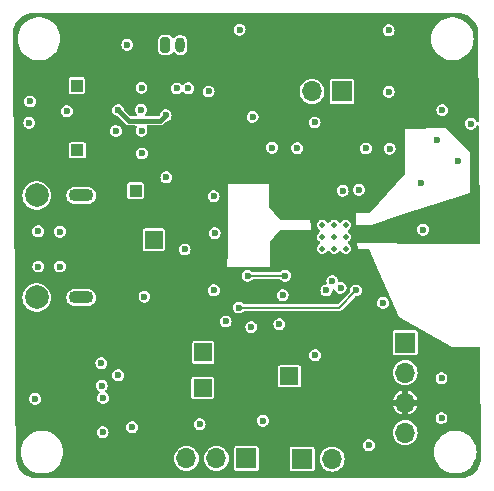
<source format=gbr>
%TF.GenerationSoftware,KiCad,Pcbnew,8.0.3*%
%TF.CreationDate,2025-03-18T19:22:59-05:00*%
%TF.ProjectId,wearable_v2_nrf,77656172-6162-46c6-955f-76325f6e7266,rev?*%
%TF.SameCoordinates,Original*%
%TF.FileFunction,Copper,L3,Inr*%
%TF.FilePolarity,Positive*%
%FSLAX46Y46*%
G04 Gerber Fmt 4.6, Leading zero omitted, Abs format (unit mm)*
G04 Created by KiCad (PCBNEW 8.0.3) date 2025-03-18 19:22:59*
%MOMM*%
%LPD*%
G01*
G04 APERTURE LIST*
G04 Aperture macros list*
%AMRoundRect*
0 Rectangle with rounded corners*
0 $1 Rounding radius*
0 $2 $3 $4 $5 $6 $7 $8 $9 X,Y pos of 4 corners*
0 Add a 4 corners polygon primitive as box body*
4,1,4,$2,$3,$4,$5,$6,$7,$8,$9,$2,$3,0*
0 Add four circle primitives for the rounded corners*
1,1,$1+$1,$2,$3*
1,1,$1+$1,$4,$5*
1,1,$1+$1,$6,$7*
1,1,$1+$1,$8,$9*
0 Add four rect primitives between the rounded corners*
20,1,$1+$1,$2,$3,$4,$5,0*
20,1,$1+$1,$4,$5,$6,$7,0*
20,1,$1+$1,$6,$7,$8,$9,0*
20,1,$1+$1,$8,$9,$2,$3,0*%
G04 Aperture macros list end*
%TA.AperFunction,ComponentPad*%
%ADD10R,1.700000X1.700000*%
%TD*%
%TA.AperFunction,ComponentPad*%
%ADD11O,1.700000X1.700000*%
%TD*%
%TA.AperFunction,ComponentPad*%
%ADD12RoundRect,0.200000X-0.200000X-0.450000X0.200000X-0.450000X0.200000X0.450000X-0.200000X0.450000X0*%
%TD*%
%TA.AperFunction,ComponentPad*%
%ADD13O,0.800000X1.300000*%
%TD*%
%TA.AperFunction,ComponentPad*%
%ADD14R,1.500000X1.500000*%
%TD*%
%TA.AperFunction,HeatsinkPad*%
%ADD15C,0.500000*%
%TD*%
%TA.AperFunction,ComponentPad*%
%ADD16C,2.010000*%
%TD*%
%TA.AperFunction,ComponentPad*%
%ADD17O,2.100000X1.100000*%
%TD*%
%TA.AperFunction,ComponentPad*%
%ADD18R,1.000000X1.000000*%
%TD*%
%TA.AperFunction,ViaPad*%
%ADD19C,0.600000*%
%TD*%
%TA.AperFunction,Conductor*%
%ADD20C,0.200000*%
%TD*%
%TA.AperFunction,Conductor*%
%ADD21C,0.400000*%
%TD*%
G04 APERTURE END LIST*
D10*
%TO.N,/ADC1_P*%
%TO.C,R5*%
X110200000Y-55275000D03*
D11*
%TO.N,GND*%
X107660000Y-55275000D03*
%TD*%
D12*
%TO.N,/VBAT+*%
%TO.C,BT1*%
X95250000Y-51350000D03*
D13*
%TO.N,GND*%
X96500000Y-51350000D03*
%TD*%
D14*
%TO.N,/I2C1_SCL*%
%TO.C,TP5*%
X98400000Y-80375000D03*
%TD*%
D10*
%TO.N,VCC*%
%TO.C,M1*%
X106825000Y-86400000D03*
D11*
%TO.N,Net-(D4-A)*%
X109365000Y-86400000D03*
%TD*%
D10*
%TO.N,/SWDIO*%
%TO.C,J1*%
X115550000Y-76545000D03*
D11*
%TO.N,/SWCLK*%
X115550000Y-79085000D03*
%TO.N,+3.3V*%
X115550000Y-81625000D03*
%TO.N,GND*%
X115550000Y-84165000D03*
%TD*%
D14*
%TO.N,/INT1*%
%TO.C,TP6*%
X94275000Y-67825000D03*
%TD*%
D15*
%TO.N,GND*%
%TO.C,U1*%
X108525000Y-66575000D03*
X108525000Y-67575000D03*
X108525000Y-68575000D03*
X109525000Y-66575000D03*
X109525000Y-67575000D03*
X109525000Y-68575000D03*
X110525000Y-66575000D03*
X110525000Y-67575000D03*
X110525000Y-68575000D03*
%TD*%
D16*
%TO.N,unconnected-(J2-PadMH1)*%
%TO.C,J2*%
X84347500Y-64080000D03*
%TO.N,unconnected-(J2-PadMH2)*%
X84347500Y-72720000D03*
D17*
%TO.N,unconnected-(J2-PadMH3)*%
X88118500Y-64082000D03*
%TO.N,unconnected-(J2-PadMH4)*%
X88118500Y-72718000D03*
%TD*%
D18*
%TO.N,/VBAT+*%
%TO.C,TP2*%
X87750000Y-54775000D03*
%TD*%
D14*
%TO.N,/I2C1_SDA*%
%TO.C,TP4*%
X98450000Y-77375000D03*
%TD*%
D10*
%TO.N,/USART1_TX*%
%TO.C,J3*%
X102100000Y-86350000D03*
D11*
%TO.N,/USART1_RX*%
X99560000Y-86350000D03*
%TO.N,GND*%
X97020000Y-86350000D03*
%TD*%
D18*
%TO.N,/VBUS*%
%TO.C,TP1*%
X87800000Y-60250000D03*
%TD*%
D14*
%TO.N,/HAPTIC*%
%TO.C,TP7*%
X105750000Y-79375000D03*
%TD*%
D18*
%TO.N,VCC*%
%TO.C,TP3*%
X92725000Y-63675000D03*
%TD*%
D19*
%TO.N,GND*%
X112225000Y-60100000D03*
X106400000Y-60075000D03*
X89925000Y-84125000D03*
X112475000Y-85225000D03*
X92425000Y-83700000D03*
X103500000Y-83150000D03*
X86900000Y-56950000D03*
X92025000Y-51325000D03*
X98900000Y-55275000D03*
X84475000Y-67125000D03*
X96200000Y-55025000D03*
X117075000Y-66975000D03*
X118206500Y-59419500D03*
X89975000Y-81225000D03*
X118625000Y-79550000D03*
X114225000Y-60125000D03*
X93475000Y-72650000D03*
X93250000Y-60525000D03*
X101525000Y-50050000D03*
X113675000Y-73175000D03*
X83725000Y-57925000D03*
X98150000Y-83450000D03*
X83800000Y-56125000D03*
X102625000Y-57425000D03*
X119981500Y-61194500D03*
X114150000Y-50100000D03*
X89850000Y-80175000D03*
X107925000Y-77600000D03*
X91250000Y-79300000D03*
X105175000Y-72525000D03*
X99325000Y-64150000D03*
X107875000Y-57900000D03*
X84225000Y-81300000D03*
X84500000Y-70100000D03*
X95325000Y-62550000D03*
X99425000Y-67275000D03*
X104275000Y-60037500D03*
X118625000Y-82925000D03*
X116893500Y-63057500D03*
X104900000Y-74975000D03*
X118700000Y-56850000D03*
X121100000Y-58000000D03*
%TO.N,/VBAT+*%
X93225000Y-54975000D03*
%TO.N,VCC*%
X96875000Y-68650000D03*
X93225000Y-58600000D03*
X93175000Y-56825000D03*
X100350000Y-74750000D03*
%TO.N,/NRST*%
X89825000Y-78275000D03*
X101475000Y-73575000D03*
X111375000Y-72125000D03*
%TO.N,+3.3V*%
X91950000Y-85700000D03*
X100625000Y-53175000D03*
X93400000Y-75600000D03*
X94025000Y-81900000D03*
X96800000Y-83200000D03*
X102500000Y-55250000D03*
X119675000Y-79325000D03*
X103775000Y-53225000D03*
X99375000Y-75450000D03*
X100875000Y-55200000D03*
X119879507Y-81477661D03*
X116440695Y-86922447D03*
X100575000Y-51450000D03*
X85200000Y-57200000D03*
X102000000Y-51475000D03*
X87575000Y-86000000D03*
X113850000Y-86775000D03*
X95300000Y-75550000D03*
X91600000Y-72850000D03*
X92625000Y-73325000D03*
X104125000Y-76800000D03*
X104150000Y-75475000D03*
X103850000Y-51400000D03*
X104150000Y-55275000D03*
X108000000Y-52875000D03*
X88725000Y-50750000D03*
X101250000Y-78950000D03*
X92575000Y-71700000D03*
X102050000Y-53000000D03*
%TO.N,/VBUS*%
X91050000Y-58625000D03*
X95275000Y-57300000D03*
X91250000Y-56850000D03*
%TO.N,Net-(J2-CC2)*%
X86312500Y-70100000D03*
%TO.N,Net-(J2-CC1)*%
X86312500Y-67150000D03*
%TO.N,/USART1_RX*%
X108875000Y-72125000D03*
%TO.N,/USART1_TX*%
X109375000Y-71327761D03*
%TO.N,/ADC1_P*%
X110250000Y-63675000D03*
%TO.N,/LED0*%
X114150000Y-55300000D03*
X111625000Y-63600000D03*
%TO.N,/I2C1_SDA*%
X99347551Y-72112500D03*
%TO.N,/I2C1_SCL*%
X102525000Y-75225000D03*
%TO.N,/INT1*%
X102200000Y-70875000D03*
X105375000Y-70875000D03*
%TO.N,/STAT*%
X97162500Y-55012500D03*
X110075000Y-71900000D03*
%TD*%
D20*
%TO.N,/NRST*%
X101475000Y-73575000D02*
X109925000Y-73575000D01*
X109925000Y-73575000D02*
X111375000Y-72125000D01*
D21*
%TO.N,/VBUS*%
X91250000Y-56850000D02*
X92150000Y-57750000D01*
X92150000Y-57750000D02*
X94825000Y-57750000D01*
X94825000Y-57750000D02*
X95275000Y-57300000D01*
D20*
%TO.N,/INT1*%
X102200000Y-70875000D02*
X105375000Y-70875000D01*
%TD*%
%TA.AperFunction,Conductor*%
%TO.N,+3.3V*%
G36*
X120043629Y-48615029D02*
G01*
X120272231Y-48631381D01*
X120289737Y-48633898D01*
X120506726Y-48681103D01*
X120509347Y-48681673D01*
X120526322Y-48686658D01*
X120736889Y-48765197D01*
X120752979Y-48772544D01*
X120950239Y-48880258D01*
X120965121Y-48889822D01*
X120969173Y-48892856D01*
X121145035Y-49024506D01*
X121158406Y-49036092D01*
X121317325Y-49195013D01*
X121328911Y-49208385D01*
X121463588Y-49388297D01*
X121473152Y-49403180D01*
X121580861Y-49600436D01*
X121588211Y-49616530D01*
X121666749Y-49827105D01*
X121671733Y-49844080D01*
X121719503Y-50063682D01*
X121722021Y-50081193D01*
X121738397Y-50310172D01*
X121738713Y-50319018D01*
X121738713Y-50368337D01*
X121739116Y-50373254D01*
X121790244Y-57735733D01*
X121771025Y-57802907D01*
X121718540Y-57849028D01*
X121649453Y-57859451D01*
X121585697Y-57830869D01*
X121553455Y-57788109D01*
X121525377Y-57726627D01*
X121431128Y-57617857D01*
X121310053Y-57540047D01*
X121310051Y-57540046D01*
X121310049Y-57540045D01*
X121310050Y-57540045D01*
X121171963Y-57499500D01*
X121171961Y-57499500D01*
X121028039Y-57499500D01*
X121028036Y-57499500D01*
X120889949Y-57540045D01*
X120768873Y-57617856D01*
X120674623Y-57726626D01*
X120674622Y-57726628D01*
X120614834Y-57857543D01*
X120594353Y-58000000D01*
X120614834Y-58142456D01*
X120666074Y-58254653D01*
X120674623Y-58273373D01*
X120768872Y-58382143D01*
X120889947Y-58459953D01*
X120889950Y-58459954D01*
X120889949Y-58459954D01*
X121028036Y-58500499D01*
X121028038Y-58500500D01*
X121028039Y-58500500D01*
X121171962Y-58500500D01*
X121171962Y-58500499D01*
X121310053Y-58459953D01*
X121431128Y-58382143D01*
X121525377Y-58273373D01*
X121557059Y-58203999D01*
X121602811Y-58151199D01*
X121669850Y-58131514D01*
X121736890Y-58151198D01*
X121782645Y-58204002D01*
X121793848Y-58254653D01*
X121862039Y-68074129D01*
X121842820Y-68141303D01*
X121790335Y-68187424D01*
X121737719Y-68198990D01*
X118167335Y-68189692D01*
X118165525Y-68189674D01*
X111588524Y-68076522D01*
X111500000Y-68075000D01*
X111499999Y-68075000D01*
X111524999Y-68575000D01*
X111525000Y-68575000D01*
X112394202Y-68575000D01*
X112461241Y-68594685D01*
X112506996Y-68647489D01*
X112507636Y-68648912D01*
X113369874Y-70601626D01*
X115025000Y-74350000D01*
X119500000Y-76950000D01*
X121799254Y-76928905D01*
X121866469Y-76947974D01*
X121912706Y-77000356D01*
X121924386Y-77052039D01*
X121988673Y-86309443D01*
X121988360Y-86319151D01*
X121972046Y-86547230D01*
X121969528Y-86564742D01*
X121921755Y-86784347D01*
X121916771Y-86801322D01*
X121838228Y-87011902D01*
X121830878Y-87027996D01*
X121723169Y-87225247D01*
X121713604Y-87240129D01*
X121578920Y-87420046D01*
X121567334Y-87433417D01*
X121408417Y-87592334D01*
X121395046Y-87603920D01*
X121215129Y-87738604D01*
X121200247Y-87748169D01*
X121002996Y-87855878D01*
X120986902Y-87863228D01*
X120776322Y-87941771D01*
X120759347Y-87946755D01*
X120539742Y-87994528D01*
X120522230Y-87997046D01*
X120293630Y-88013398D01*
X120284783Y-88013714D01*
X84346806Y-88013714D01*
X84346794Y-88013713D01*
X84293637Y-88013713D01*
X84284792Y-88013397D01*
X84056190Y-87997049D01*
X84038678Y-87994531D01*
X83819072Y-87946760D01*
X83802096Y-87941776D01*
X83591517Y-87863236D01*
X83575424Y-87855887D01*
X83378168Y-87748179D01*
X83363284Y-87738614D01*
X83183363Y-87603929D01*
X83169992Y-87592343D01*
X83011067Y-87433420D01*
X82999488Y-87420057D01*
X82864791Y-87240127D01*
X82855238Y-87225261D01*
X82747519Y-87027991D01*
X82740173Y-87011905D01*
X82661629Y-86801322D01*
X82656647Y-86784357D01*
X82650033Y-86753956D01*
X82608870Y-86564742D01*
X82606353Y-86547231D01*
X82599639Y-86453372D01*
X82590030Y-86319027D01*
X82589714Y-86310180D01*
X82589714Y-86260064D01*
X82589310Y-86255154D01*
X82587511Y-85996043D01*
X82586248Y-85814209D01*
X82983665Y-85814209D01*
X82983665Y-85814218D01*
X83003830Y-86083315D01*
X83063878Y-86346402D01*
X83063880Y-86346409D01*
X83162470Y-86597610D01*
X83162472Y-86597614D01*
X83167276Y-86605934D01*
X83297399Y-86831316D01*
X83406341Y-86967924D01*
X83465656Y-87042303D01*
X83577858Y-87146410D01*
X83663473Y-87225849D01*
X83886440Y-87377865D01*
X84129573Y-87494952D01*
X84387442Y-87574494D01*
X84387443Y-87574494D01*
X84387446Y-87574495D01*
X84654277Y-87614713D01*
X84654282Y-87614713D01*
X84654285Y-87614714D01*
X84654286Y-87614714D01*
X84924142Y-87614714D01*
X84924143Y-87614714D01*
X84924150Y-87614713D01*
X85190981Y-87574495D01*
X85190982Y-87574494D01*
X85190986Y-87574494D01*
X85448855Y-87494952D01*
X85691989Y-87377865D01*
X85914955Y-87225849D01*
X86112775Y-87042299D01*
X86281029Y-86831316D01*
X86415957Y-86597612D01*
X86513139Y-86350000D01*
X95964417Y-86350000D01*
X95984699Y-86555932D01*
X95999867Y-86605934D01*
X96044768Y-86753954D01*
X96142315Y-86936450D01*
X96142317Y-86936452D01*
X96273589Y-87096410D01*
X96370209Y-87175702D01*
X96433550Y-87227685D01*
X96616046Y-87325232D01*
X96814066Y-87385300D01*
X96814065Y-87385300D01*
X96832529Y-87387118D01*
X97020000Y-87405583D01*
X97225934Y-87385300D01*
X97423954Y-87325232D01*
X97606450Y-87227685D01*
X97766410Y-87096410D01*
X97897685Y-86936450D01*
X97995232Y-86753954D01*
X98055300Y-86555934D01*
X98075583Y-86350000D01*
X98504417Y-86350000D01*
X98524699Y-86555932D01*
X98539867Y-86605934D01*
X98584768Y-86753954D01*
X98682315Y-86936450D01*
X98682317Y-86936452D01*
X98813589Y-87096410D01*
X98910209Y-87175702D01*
X98973550Y-87227685D01*
X99156046Y-87325232D01*
X99354066Y-87385300D01*
X99354065Y-87385300D01*
X99372529Y-87387118D01*
X99560000Y-87405583D01*
X99765934Y-87385300D01*
X99963954Y-87325232D01*
X100146450Y-87227685D01*
X100306410Y-87096410D01*
X100437685Y-86936450D01*
X100535232Y-86753954D01*
X100595300Y-86555934D01*
X100615583Y-86350000D01*
X100595300Y-86144066D01*
X100535232Y-85946046D01*
X100437685Y-85763550D01*
X100373183Y-85684954D01*
X100306410Y-85603589D01*
X100178202Y-85498373D01*
X100156115Y-85480247D01*
X101049500Y-85480247D01*
X101049500Y-87219752D01*
X101061131Y-87278229D01*
X101061132Y-87278230D01*
X101105447Y-87344552D01*
X101171769Y-87388867D01*
X101171770Y-87388868D01*
X101230247Y-87400499D01*
X101230250Y-87400500D01*
X101230252Y-87400500D01*
X102969750Y-87400500D01*
X102969751Y-87400499D01*
X102984568Y-87397552D01*
X103028229Y-87388868D01*
X103028229Y-87388867D01*
X103028231Y-87388867D01*
X103094552Y-87344552D01*
X103138867Y-87278231D01*
X103138867Y-87278229D01*
X103138868Y-87278229D01*
X103149287Y-87225848D01*
X103150500Y-87219748D01*
X103150500Y-85530247D01*
X105774500Y-85530247D01*
X105774500Y-87269752D01*
X105786131Y-87328229D01*
X105786132Y-87328230D01*
X105830447Y-87394552D01*
X105896769Y-87438867D01*
X105896770Y-87438868D01*
X105955247Y-87450499D01*
X105955250Y-87450500D01*
X105955252Y-87450500D01*
X107694750Y-87450500D01*
X107694751Y-87450499D01*
X107709568Y-87447552D01*
X107753229Y-87438868D01*
X107753229Y-87438867D01*
X107753231Y-87438867D01*
X107819552Y-87394552D01*
X107863867Y-87328231D01*
X107863867Y-87328229D01*
X107863868Y-87328229D01*
X107875499Y-87269752D01*
X107875500Y-87269750D01*
X107875500Y-86400000D01*
X108309417Y-86400000D01*
X108329699Y-86605932D01*
X108329700Y-86605934D01*
X108389768Y-86803954D01*
X108487315Y-86986450D01*
X108508202Y-87011901D01*
X108618589Y-87146410D01*
X108707953Y-87219748D01*
X108778550Y-87277685D01*
X108961046Y-87375232D01*
X109159066Y-87435300D01*
X109159065Y-87435300D01*
X109177529Y-87437118D01*
X109365000Y-87455583D01*
X109570934Y-87435300D01*
X109768954Y-87375232D01*
X109951450Y-87277685D01*
X110111410Y-87146410D01*
X110242685Y-86986450D01*
X110340232Y-86803954D01*
X110400300Y-86605934D01*
X110420583Y-86400000D01*
X110400300Y-86194066D01*
X110340232Y-85996046D01*
X110243037Y-85814209D01*
X117983665Y-85814209D01*
X117983665Y-85814218D01*
X118003830Y-86083315D01*
X118063878Y-86346402D01*
X118063880Y-86346409D01*
X118162470Y-86597610D01*
X118162472Y-86597614D01*
X118167276Y-86605934D01*
X118297399Y-86831316D01*
X118406341Y-86967924D01*
X118465656Y-87042303D01*
X118577858Y-87146410D01*
X118663473Y-87225849D01*
X118886440Y-87377865D01*
X119129573Y-87494952D01*
X119387442Y-87574494D01*
X119387443Y-87574494D01*
X119387446Y-87574495D01*
X119654277Y-87614713D01*
X119654282Y-87614713D01*
X119654285Y-87614714D01*
X119654286Y-87614714D01*
X119924142Y-87614714D01*
X119924143Y-87614714D01*
X119924150Y-87614713D01*
X120190981Y-87574495D01*
X120190982Y-87574494D01*
X120190986Y-87574494D01*
X120448855Y-87494952D01*
X120691989Y-87377865D01*
X120914955Y-87225849D01*
X121112775Y-87042299D01*
X121281029Y-86831316D01*
X121415957Y-86597612D01*
X121514548Y-86346409D01*
X121574597Y-86083317D01*
X121594763Y-85814214D01*
X121594713Y-85813550D01*
X121574597Y-85545112D01*
X121574597Y-85545111D01*
X121514548Y-85282019D01*
X121415957Y-85030816D01*
X121281029Y-84797112D01*
X121112775Y-84586129D01*
X121112774Y-84586128D01*
X121112771Y-84586124D01*
X120914955Y-84402579D01*
X120868537Y-84370932D01*
X120691989Y-84250563D01*
X120691983Y-84250560D01*
X120691982Y-84250559D01*
X120691981Y-84250558D01*
X120448857Y-84133477D01*
X120448859Y-84133477D01*
X120190987Y-84053934D01*
X120190981Y-84053932D01*
X119924150Y-84013714D01*
X119924143Y-84013714D01*
X119654285Y-84013714D01*
X119654277Y-84013714D01*
X119387446Y-84053932D01*
X119387440Y-84053934D01*
X119129572Y-84133476D01*
X118886444Y-84250560D01*
X118663472Y-84402579D01*
X118465656Y-84586124D01*
X118297399Y-84797112D01*
X118162472Y-85030813D01*
X118162470Y-85030817D01*
X118063880Y-85282018D01*
X118063878Y-85282025D01*
X118003830Y-85545112D01*
X117983665Y-85814209D01*
X110243037Y-85814209D01*
X110242685Y-85813550D01*
X110137149Y-85684953D01*
X110111410Y-85653589D01*
X109961121Y-85530252D01*
X109951450Y-85522315D01*
X109768954Y-85424768D01*
X109570934Y-85364700D01*
X109570932Y-85364699D01*
X109570934Y-85364699D01*
X109365000Y-85344417D01*
X109159067Y-85364699D01*
X109024736Y-85405448D01*
X108970933Y-85421769D01*
X108961043Y-85424769D01*
X108872089Y-85472317D01*
X108778550Y-85522315D01*
X108778548Y-85522316D01*
X108778547Y-85522317D01*
X108618589Y-85653589D01*
X108487317Y-85813547D01*
X108389769Y-85996043D01*
X108329699Y-86194067D01*
X108309417Y-86400000D01*
X107875500Y-86400000D01*
X107875500Y-85530249D01*
X107875499Y-85530247D01*
X107863868Y-85471770D01*
X107863867Y-85471769D01*
X107819552Y-85405447D01*
X107753230Y-85361132D01*
X107753229Y-85361131D01*
X107694752Y-85349500D01*
X107694748Y-85349500D01*
X105955252Y-85349500D01*
X105955247Y-85349500D01*
X105896770Y-85361131D01*
X105896769Y-85361132D01*
X105830447Y-85405447D01*
X105786132Y-85471769D01*
X105786131Y-85471770D01*
X105774500Y-85530247D01*
X103150500Y-85530247D01*
X103150500Y-85480252D01*
X103150500Y-85480249D01*
X103150499Y-85480247D01*
X103138868Y-85421770D01*
X103138867Y-85421769D01*
X103094552Y-85355447D01*
X103028230Y-85311132D01*
X103028229Y-85311131D01*
X102969752Y-85299500D01*
X102969748Y-85299500D01*
X101230252Y-85299500D01*
X101230247Y-85299500D01*
X101171770Y-85311131D01*
X101171769Y-85311132D01*
X101105447Y-85355447D01*
X101061132Y-85421769D01*
X101061131Y-85421770D01*
X101049500Y-85480247D01*
X100156115Y-85480247D01*
X100146450Y-85472315D01*
X99963954Y-85374768D01*
X99765934Y-85314700D01*
X99765932Y-85314699D01*
X99765934Y-85314699D01*
X99560000Y-85294417D01*
X99354067Y-85314699D01*
X99156043Y-85374769D01*
X99045898Y-85433643D01*
X98973550Y-85472315D01*
X98973548Y-85472316D01*
X98973547Y-85472317D01*
X98813589Y-85603589D01*
X98682317Y-85763547D01*
X98584769Y-85946043D01*
X98524699Y-86144067D01*
X98504417Y-86350000D01*
X98075583Y-86350000D01*
X98055300Y-86144066D01*
X97995232Y-85946046D01*
X97897685Y-85763550D01*
X97833183Y-85684954D01*
X97766410Y-85603589D01*
X97638202Y-85498373D01*
X97606450Y-85472315D01*
X97423954Y-85374768D01*
X97225934Y-85314700D01*
X97225932Y-85314699D01*
X97225934Y-85314699D01*
X97020000Y-85294417D01*
X96814067Y-85314699D01*
X96616043Y-85374769D01*
X96505898Y-85433643D01*
X96433550Y-85472315D01*
X96433548Y-85472316D01*
X96433547Y-85472317D01*
X96273589Y-85603589D01*
X96142317Y-85763547D01*
X96044769Y-85946043D01*
X95984699Y-86144067D01*
X95964417Y-86350000D01*
X86513139Y-86350000D01*
X86514548Y-86346409D01*
X86574597Y-86083317D01*
X86594763Y-85814214D01*
X86594713Y-85813550D01*
X86574597Y-85545112D01*
X86574597Y-85545111D01*
X86514548Y-85282019D01*
X86492169Y-85225000D01*
X111969353Y-85225000D01*
X111989834Y-85367456D01*
X112037723Y-85472317D01*
X112049623Y-85498373D01*
X112143872Y-85607143D01*
X112264947Y-85684953D01*
X112264950Y-85684954D01*
X112264949Y-85684954D01*
X112403036Y-85725499D01*
X112403038Y-85725500D01*
X112403039Y-85725500D01*
X112546962Y-85725500D01*
X112546962Y-85725499D01*
X112685053Y-85684953D01*
X112806128Y-85607143D01*
X112900377Y-85498373D01*
X112960165Y-85367457D01*
X112980647Y-85225000D01*
X112960165Y-85082543D01*
X112900377Y-84951627D01*
X112806128Y-84842857D01*
X112685053Y-84765047D01*
X112685051Y-84765046D01*
X112685049Y-84765045D01*
X112685050Y-84765045D01*
X112546963Y-84724500D01*
X112546961Y-84724500D01*
X112403039Y-84724500D01*
X112403036Y-84724500D01*
X112264949Y-84765045D01*
X112143873Y-84842856D01*
X112049623Y-84951626D01*
X112049622Y-84951628D01*
X111989834Y-85082543D01*
X111969353Y-85225000D01*
X86492169Y-85225000D01*
X86415957Y-85030816D01*
X86281029Y-84797112D01*
X86112775Y-84586129D01*
X86112774Y-84586128D01*
X86112771Y-84586124D01*
X85914955Y-84402579D01*
X85868537Y-84370932D01*
X85691989Y-84250563D01*
X85691983Y-84250560D01*
X85691982Y-84250559D01*
X85691981Y-84250558D01*
X85448857Y-84133477D01*
X85448859Y-84133477D01*
X85421377Y-84125000D01*
X89419353Y-84125000D01*
X89439834Y-84267456D01*
X89487091Y-84370932D01*
X89499623Y-84398373D01*
X89593872Y-84507143D01*
X89714947Y-84584953D01*
X89714950Y-84584954D01*
X89714949Y-84584954D01*
X89853036Y-84625499D01*
X89853038Y-84625500D01*
X89853039Y-84625500D01*
X89996962Y-84625500D01*
X89996962Y-84625499D01*
X90135053Y-84584953D01*
X90256128Y-84507143D01*
X90350377Y-84398373D01*
X90410165Y-84267457D01*
X90430647Y-84125000D01*
X90410165Y-83982543D01*
X90350377Y-83851627D01*
X90256128Y-83742857D01*
X90189441Y-83700000D01*
X91919353Y-83700000D01*
X91939834Y-83842456D01*
X91999622Y-83973371D01*
X91999623Y-83973373D01*
X92093872Y-84082143D01*
X92214947Y-84159953D01*
X92214950Y-84159954D01*
X92214949Y-84159954D01*
X92353036Y-84200499D01*
X92353038Y-84200500D01*
X92353039Y-84200500D01*
X92496962Y-84200500D01*
X92496962Y-84200499D01*
X92617864Y-84165000D01*
X114494417Y-84165000D01*
X114514699Y-84370932D01*
X114514700Y-84370934D01*
X114574768Y-84568954D01*
X114672315Y-84751450D01*
X114672317Y-84751452D01*
X114803589Y-84911410D01*
X114852596Y-84951628D01*
X114963550Y-85042685D01*
X115146046Y-85140232D01*
X115344066Y-85200300D01*
X115344065Y-85200300D01*
X115362529Y-85202118D01*
X115550000Y-85220583D01*
X115755934Y-85200300D01*
X115953954Y-85140232D01*
X116136450Y-85042685D01*
X116296410Y-84911410D01*
X116427685Y-84751450D01*
X116525232Y-84568954D01*
X116585300Y-84370934D01*
X116605583Y-84165000D01*
X116585300Y-83959066D01*
X116525232Y-83761046D01*
X116427685Y-83578550D01*
X116375702Y-83515209D01*
X116296410Y-83418589D01*
X116173666Y-83317857D01*
X116136450Y-83287315D01*
X115953954Y-83189768D01*
X115755934Y-83129700D01*
X115755932Y-83129699D01*
X115755934Y-83129699D01*
X115550000Y-83109417D01*
X115344067Y-83129699D01*
X115146043Y-83189769D01*
X115051985Y-83240045D01*
X114963550Y-83287315D01*
X114963548Y-83287316D01*
X114963547Y-83287317D01*
X114803589Y-83418589D01*
X114672317Y-83578547D01*
X114672315Y-83578550D01*
X114655530Y-83609953D01*
X114574769Y-83761043D01*
X114514699Y-83959067D01*
X114494417Y-84165000D01*
X92617864Y-84165000D01*
X92635053Y-84159953D01*
X92756128Y-84082143D01*
X92850377Y-83973373D01*
X92910165Y-83842457D01*
X92930647Y-83700000D01*
X92910165Y-83557543D01*
X92861051Y-83450000D01*
X97644353Y-83450000D01*
X97664834Y-83592456D01*
X97697985Y-83665045D01*
X97724623Y-83723373D01*
X97818872Y-83832143D01*
X97939947Y-83909953D01*
X97939950Y-83909954D01*
X97939949Y-83909954D01*
X98078036Y-83950499D01*
X98078038Y-83950500D01*
X98078039Y-83950500D01*
X98221962Y-83950500D01*
X98221962Y-83950499D01*
X98360053Y-83909953D01*
X98481128Y-83832143D01*
X98575377Y-83723373D01*
X98635165Y-83592457D01*
X98655647Y-83450000D01*
X98635165Y-83307543D01*
X98575377Y-83176627D01*
X98552305Y-83150000D01*
X102994353Y-83150000D01*
X103014834Y-83292456D01*
X103057077Y-83384953D01*
X103074623Y-83423373D01*
X103168872Y-83532143D01*
X103289947Y-83609953D01*
X103289950Y-83609954D01*
X103289949Y-83609954D01*
X103428036Y-83650499D01*
X103428038Y-83650500D01*
X103428039Y-83650500D01*
X103571962Y-83650500D01*
X103571962Y-83650499D01*
X103710053Y-83609953D01*
X103831128Y-83532143D01*
X103925377Y-83423373D01*
X103985165Y-83292457D01*
X104005647Y-83150000D01*
X103985165Y-83007543D01*
X103947468Y-82925000D01*
X118119353Y-82925000D01*
X118139834Y-83067456D01*
X118189691Y-83176626D01*
X118199623Y-83198373D01*
X118293872Y-83307143D01*
X118414947Y-83384953D01*
X118414950Y-83384954D01*
X118414949Y-83384954D01*
X118522107Y-83416417D01*
X118545788Y-83423371D01*
X118553036Y-83425499D01*
X118553038Y-83425500D01*
X118553039Y-83425500D01*
X118696962Y-83425500D01*
X118696962Y-83425499D01*
X118835053Y-83384953D01*
X118956128Y-83307143D01*
X119050377Y-83198373D01*
X119110165Y-83067457D01*
X119130647Y-82925000D01*
X119110165Y-82782543D01*
X119050377Y-82651627D01*
X118956128Y-82542857D01*
X118835053Y-82465047D01*
X118835051Y-82465046D01*
X118835049Y-82465045D01*
X118835050Y-82465045D01*
X118696963Y-82424500D01*
X118696961Y-82424500D01*
X118553039Y-82424500D01*
X118553036Y-82424500D01*
X118414949Y-82465045D01*
X118293873Y-82542856D01*
X118199623Y-82651626D01*
X118199622Y-82651628D01*
X118139834Y-82782543D01*
X118119353Y-82925000D01*
X103947468Y-82925000D01*
X103925377Y-82876627D01*
X103831128Y-82767857D01*
X103710053Y-82690047D01*
X103710051Y-82690046D01*
X103710049Y-82690045D01*
X103710050Y-82690045D01*
X103571963Y-82649500D01*
X103571961Y-82649500D01*
X103428039Y-82649500D01*
X103428036Y-82649500D01*
X103289949Y-82690045D01*
X103168873Y-82767856D01*
X103074623Y-82876626D01*
X103074622Y-82876628D01*
X103014834Y-83007543D01*
X102994353Y-83150000D01*
X98552305Y-83150000D01*
X98481128Y-83067857D01*
X98360053Y-82990047D01*
X98360051Y-82990046D01*
X98360049Y-82990045D01*
X98360050Y-82990045D01*
X98221963Y-82949500D01*
X98221961Y-82949500D01*
X98078039Y-82949500D01*
X98078036Y-82949500D01*
X97939949Y-82990045D01*
X97818873Y-83067856D01*
X97724623Y-83176626D01*
X97724622Y-83176628D01*
X97664834Y-83307543D01*
X97644353Y-83450000D01*
X92861051Y-83450000D01*
X92850377Y-83426627D01*
X92756128Y-83317857D01*
X92635053Y-83240047D01*
X92635051Y-83240046D01*
X92635049Y-83240045D01*
X92635050Y-83240045D01*
X92496963Y-83199500D01*
X92496961Y-83199500D01*
X92353039Y-83199500D01*
X92353036Y-83199500D01*
X92214949Y-83240045D01*
X92093873Y-83317856D01*
X91999623Y-83426626D01*
X91999622Y-83426628D01*
X91939834Y-83557543D01*
X91919353Y-83700000D01*
X90189441Y-83700000D01*
X90135053Y-83665047D01*
X90135051Y-83665046D01*
X90135049Y-83665045D01*
X90135050Y-83665045D01*
X89996963Y-83624500D01*
X89996961Y-83624500D01*
X89853039Y-83624500D01*
X89853036Y-83624500D01*
X89714949Y-83665045D01*
X89593873Y-83742856D01*
X89499623Y-83851626D01*
X89499622Y-83851628D01*
X89439834Y-83982543D01*
X89419353Y-84125000D01*
X85421377Y-84125000D01*
X85190987Y-84053934D01*
X85190981Y-84053932D01*
X84924150Y-84013714D01*
X84924143Y-84013714D01*
X84654285Y-84013714D01*
X84654277Y-84013714D01*
X84387446Y-84053932D01*
X84387440Y-84053934D01*
X84129572Y-84133476D01*
X83886444Y-84250560D01*
X83663472Y-84402579D01*
X83465656Y-84586124D01*
X83297399Y-84797112D01*
X83162472Y-85030813D01*
X83162470Y-85030817D01*
X83063880Y-85282018D01*
X83063878Y-85282025D01*
X83003830Y-85545112D01*
X82983665Y-85814209D01*
X82586248Y-85814209D01*
X82554899Y-81300000D01*
X83719353Y-81300000D01*
X83739834Y-81442456D01*
X83765370Y-81498371D01*
X83799623Y-81573373D01*
X83893872Y-81682143D01*
X84014947Y-81759953D01*
X84014950Y-81759954D01*
X84014949Y-81759954D01*
X84153036Y-81800499D01*
X84153038Y-81800500D01*
X84153039Y-81800500D01*
X84296962Y-81800500D01*
X84296962Y-81800499D01*
X84435053Y-81759953D01*
X84556128Y-81682143D01*
X84650377Y-81573373D01*
X84710165Y-81442457D01*
X84730647Y-81300000D01*
X84710165Y-81157543D01*
X84650377Y-81026627D01*
X84556128Y-80917857D01*
X84435053Y-80840047D01*
X84435051Y-80840046D01*
X84435049Y-80840045D01*
X84435050Y-80840045D01*
X84296963Y-80799500D01*
X84296961Y-80799500D01*
X84153039Y-80799500D01*
X84153036Y-80799500D01*
X84014949Y-80840045D01*
X83893873Y-80917856D01*
X83799623Y-81026626D01*
X83799622Y-81026628D01*
X83739834Y-81157543D01*
X83719353Y-81300000D01*
X82554899Y-81300000D01*
X82547086Y-80175000D01*
X89344353Y-80175000D01*
X89364834Y-80317456D01*
X89368508Y-80325500D01*
X89424623Y-80448373D01*
X89518872Y-80557143D01*
X89639947Y-80634953D01*
X89641343Y-80635850D01*
X89687098Y-80688654D01*
X89697042Y-80757813D01*
X89668017Y-80821369D01*
X89650297Y-80836724D01*
X89650577Y-80837047D01*
X89643874Y-80842855D01*
X89549623Y-80951626D01*
X89549622Y-80951628D01*
X89489834Y-81082543D01*
X89469353Y-81225000D01*
X89489834Y-81367456D01*
X89549622Y-81498371D01*
X89549623Y-81498373D01*
X89643872Y-81607143D01*
X89764947Y-81684953D01*
X89764950Y-81684954D01*
X89764949Y-81684954D01*
X89903036Y-81725499D01*
X89903038Y-81725500D01*
X89903039Y-81725500D01*
X90046962Y-81725500D01*
X90046962Y-81725499D01*
X90185053Y-81684953D01*
X90306128Y-81607143D01*
X90400377Y-81498373D01*
X90456720Y-81375000D01*
X114528590Y-81375000D01*
X115116988Y-81375000D01*
X115084075Y-81432007D01*
X115050000Y-81559174D01*
X115050000Y-81690826D01*
X115084075Y-81817993D01*
X115116988Y-81875000D01*
X114528590Y-81875000D01*
X114575233Y-82028766D01*
X114672728Y-82211166D01*
X114672732Y-82211173D01*
X114803944Y-82371055D01*
X114963826Y-82502267D01*
X114963833Y-82502271D01*
X115146233Y-82599766D01*
X115300000Y-82646410D01*
X115300000Y-82058012D01*
X115357007Y-82090925D01*
X115484174Y-82125000D01*
X115615826Y-82125000D01*
X115742993Y-82090925D01*
X115800000Y-82058012D01*
X115800000Y-82646410D01*
X115953766Y-82599766D01*
X116136166Y-82502271D01*
X116136173Y-82502267D01*
X116296055Y-82371055D01*
X116427267Y-82211173D01*
X116427271Y-82211166D01*
X116524766Y-82028766D01*
X116571410Y-81875000D01*
X115983012Y-81875000D01*
X116015925Y-81817993D01*
X116050000Y-81690826D01*
X116050000Y-81559174D01*
X116015925Y-81432007D01*
X115983012Y-81375000D01*
X116571410Y-81375000D01*
X116524766Y-81221233D01*
X116427271Y-81038833D01*
X116427267Y-81038826D01*
X116296055Y-80878944D01*
X116136173Y-80747732D01*
X116136166Y-80747728D01*
X115953763Y-80650232D01*
X115800000Y-80603587D01*
X115800000Y-81191988D01*
X115742993Y-81159075D01*
X115615826Y-81125000D01*
X115484174Y-81125000D01*
X115357007Y-81159075D01*
X115300000Y-81191988D01*
X115300000Y-80603587D01*
X115146236Y-80650232D01*
X114963833Y-80747728D01*
X114963826Y-80747732D01*
X114803944Y-80878944D01*
X114672732Y-81038826D01*
X114672728Y-81038833D01*
X114575233Y-81221233D01*
X114528590Y-81375000D01*
X90456720Y-81375000D01*
X90460165Y-81367457D01*
X90480647Y-81225000D01*
X90460165Y-81082543D01*
X90400377Y-80951627D01*
X90306128Y-80842857D01*
X90306125Y-80842855D01*
X90306126Y-80842855D01*
X90183655Y-80764148D01*
X90137901Y-80711344D01*
X90127957Y-80642186D01*
X90156982Y-80578630D01*
X90174703Y-80563277D01*
X90174423Y-80562953D01*
X90181120Y-80557147D01*
X90181128Y-80557143D01*
X90275377Y-80448373D01*
X90335165Y-80317457D01*
X90355647Y-80175000D01*
X90335165Y-80032543D01*
X90275377Y-79901627D01*
X90181128Y-79792857D01*
X90060053Y-79715047D01*
X90060051Y-79715046D01*
X90060049Y-79715045D01*
X90060050Y-79715045D01*
X89921963Y-79674500D01*
X89921961Y-79674500D01*
X89778039Y-79674500D01*
X89778036Y-79674500D01*
X89639949Y-79715045D01*
X89518873Y-79792856D01*
X89424623Y-79901626D01*
X89424622Y-79901628D01*
X89364834Y-80032543D01*
X89344353Y-80175000D01*
X82547086Y-80175000D01*
X82541010Y-79300000D01*
X90744353Y-79300000D01*
X90764834Y-79442456D01*
X90812473Y-79546769D01*
X90824623Y-79573373D01*
X90918872Y-79682143D01*
X91039947Y-79759953D01*
X91039950Y-79759954D01*
X91039949Y-79759954D01*
X91178036Y-79800499D01*
X91178038Y-79800500D01*
X91178039Y-79800500D01*
X91321962Y-79800500D01*
X91321962Y-79800499D01*
X91460053Y-79759953D01*
X91581128Y-79682143D01*
X91647758Y-79605247D01*
X97449500Y-79605247D01*
X97449500Y-81144752D01*
X97461131Y-81203229D01*
X97461132Y-81203230D01*
X97505447Y-81269552D01*
X97571769Y-81313867D01*
X97571770Y-81313868D01*
X97630247Y-81325499D01*
X97630250Y-81325500D01*
X97630252Y-81325500D01*
X99169750Y-81325500D01*
X99169751Y-81325499D01*
X99184568Y-81322552D01*
X99228229Y-81313868D01*
X99228229Y-81313867D01*
X99228231Y-81313867D01*
X99294552Y-81269552D01*
X99338867Y-81203231D01*
X99338867Y-81203229D01*
X99338868Y-81203229D01*
X99350499Y-81144752D01*
X99350500Y-81144750D01*
X99350500Y-79605249D01*
X99350499Y-79605247D01*
X99338868Y-79546770D01*
X99338867Y-79546769D01*
X99294552Y-79480447D01*
X99228230Y-79436132D01*
X99228229Y-79436131D01*
X99169752Y-79424500D01*
X99169748Y-79424500D01*
X97630252Y-79424500D01*
X97630247Y-79424500D01*
X97571770Y-79436131D01*
X97571769Y-79436132D01*
X97505447Y-79480447D01*
X97461132Y-79546769D01*
X97461131Y-79546770D01*
X97449500Y-79605247D01*
X91647758Y-79605247D01*
X91675377Y-79573373D01*
X91735165Y-79442457D01*
X91755647Y-79300000D01*
X91735165Y-79157543D01*
X91675377Y-79026627D01*
X91581128Y-78917857D01*
X91460053Y-78840047D01*
X91460051Y-78840046D01*
X91460049Y-78840045D01*
X91460050Y-78840045D01*
X91321963Y-78799500D01*
X91321961Y-78799500D01*
X91178039Y-78799500D01*
X91178036Y-78799500D01*
X91039949Y-78840045D01*
X90918873Y-78917856D01*
X90824623Y-79026626D01*
X90824622Y-79026628D01*
X90764834Y-79157543D01*
X90744353Y-79300000D01*
X82541010Y-79300000D01*
X82533892Y-78275000D01*
X89319353Y-78275000D01*
X89339834Y-78417456D01*
X89348364Y-78436133D01*
X89399623Y-78548373D01*
X89493872Y-78657143D01*
X89614947Y-78734953D01*
X89614950Y-78734954D01*
X89614949Y-78734954D01*
X89753036Y-78775499D01*
X89753038Y-78775500D01*
X89753039Y-78775500D01*
X89896962Y-78775500D01*
X89896962Y-78775499D01*
X90035053Y-78734953D01*
X90156128Y-78657143D01*
X90201096Y-78605247D01*
X104799500Y-78605247D01*
X104799500Y-80144752D01*
X104811131Y-80203229D01*
X104811132Y-80203230D01*
X104855447Y-80269552D01*
X104921769Y-80313867D01*
X104921770Y-80313868D01*
X104980247Y-80325499D01*
X104980250Y-80325500D01*
X104980252Y-80325500D01*
X106519750Y-80325500D01*
X106519751Y-80325499D01*
X106534568Y-80322552D01*
X106578229Y-80313868D01*
X106578229Y-80313867D01*
X106578231Y-80313867D01*
X106644552Y-80269552D01*
X106688867Y-80203231D01*
X106688867Y-80203229D01*
X106688868Y-80203229D01*
X106700499Y-80144752D01*
X106700500Y-80144750D01*
X106700500Y-79085000D01*
X114494417Y-79085000D01*
X114514699Y-79290932D01*
X114514700Y-79290934D01*
X114574768Y-79488954D01*
X114672315Y-79671450D01*
X114689554Y-79692456D01*
X114803589Y-79831410D01*
X114889149Y-79901626D01*
X114963550Y-79962685D01*
X115146046Y-80060232D01*
X115344066Y-80120300D01*
X115344065Y-80120300D01*
X115362529Y-80122118D01*
X115550000Y-80140583D01*
X115755934Y-80120300D01*
X115953954Y-80060232D01*
X116136450Y-79962685D01*
X116296410Y-79831410D01*
X116427685Y-79671450D01*
X116492602Y-79550000D01*
X118119353Y-79550000D01*
X118139834Y-79692456D01*
X118189177Y-79800499D01*
X118199623Y-79823373D01*
X118293872Y-79932143D01*
X118414947Y-80009953D01*
X118414950Y-80009954D01*
X118414949Y-80009954D01*
X118553036Y-80050499D01*
X118553038Y-80050500D01*
X118553039Y-80050500D01*
X118696962Y-80050500D01*
X118696962Y-80050499D01*
X118835053Y-80009953D01*
X118956128Y-79932143D01*
X119050377Y-79823373D01*
X119110165Y-79692457D01*
X119130647Y-79550000D01*
X119110165Y-79407543D01*
X119050377Y-79276627D01*
X118956128Y-79167857D01*
X118835053Y-79090047D01*
X118835051Y-79090046D01*
X118835049Y-79090045D01*
X118835050Y-79090045D01*
X118696963Y-79049500D01*
X118696961Y-79049500D01*
X118553039Y-79049500D01*
X118553036Y-79049500D01*
X118414949Y-79090045D01*
X118293873Y-79167856D01*
X118199623Y-79276626D01*
X118199622Y-79276628D01*
X118139834Y-79407543D01*
X118119353Y-79550000D01*
X116492602Y-79550000D01*
X116525232Y-79488954D01*
X116585300Y-79290934D01*
X116605583Y-79085000D01*
X116585300Y-78879066D01*
X116525232Y-78681046D01*
X116427685Y-78498550D01*
X116361133Y-78417456D01*
X116296410Y-78338589D01*
X116136452Y-78207317D01*
X116136453Y-78207317D01*
X116136450Y-78207315D01*
X115953954Y-78109768D01*
X115755934Y-78049700D01*
X115755932Y-78049699D01*
X115755934Y-78049699D01*
X115550000Y-78029417D01*
X115344067Y-78049699D01*
X115146043Y-78109769D01*
X115080596Y-78144752D01*
X114963550Y-78207315D01*
X114963548Y-78207316D01*
X114963547Y-78207317D01*
X114803589Y-78338589D01*
X114672317Y-78498547D01*
X114574769Y-78681043D01*
X114514699Y-78879067D01*
X114494417Y-79085000D01*
X106700500Y-79085000D01*
X106700500Y-78605249D01*
X106700499Y-78605247D01*
X106688868Y-78546770D01*
X106688867Y-78546769D01*
X106644552Y-78480447D01*
X106578230Y-78436132D01*
X106578229Y-78436131D01*
X106519752Y-78424500D01*
X106519748Y-78424500D01*
X104980252Y-78424500D01*
X104980247Y-78424500D01*
X104921770Y-78436131D01*
X104921769Y-78436132D01*
X104855447Y-78480447D01*
X104811132Y-78546769D01*
X104811131Y-78546770D01*
X104799500Y-78605247D01*
X90201096Y-78605247D01*
X90250377Y-78548373D01*
X90310165Y-78417457D01*
X90330647Y-78275000D01*
X90310165Y-78132543D01*
X90250377Y-78001627D01*
X90156128Y-77892857D01*
X90035053Y-77815047D01*
X90035051Y-77815046D01*
X90035049Y-77815045D01*
X90035050Y-77815045D01*
X89896963Y-77774500D01*
X89896961Y-77774500D01*
X89753039Y-77774500D01*
X89753036Y-77774500D01*
X89614949Y-77815045D01*
X89493873Y-77892856D01*
X89399623Y-78001626D01*
X89399622Y-78001628D01*
X89339834Y-78132543D01*
X89319353Y-78275000D01*
X82533892Y-78275000D01*
X82522297Y-76605247D01*
X97499500Y-76605247D01*
X97499500Y-78144752D01*
X97511131Y-78203229D01*
X97511132Y-78203230D01*
X97555447Y-78269552D01*
X97621769Y-78313867D01*
X97621770Y-78313868D01*
X97680247Y-78325499D01*
X97680250Y-78325500D01*
X97680252Y-78325500D01*
X99219750Y-78325500D01*
X99219751Y-78325499D01*
X99234568Y-78322552D01*
X99278229Y-78313868D01*
X99278229Y-78313867D01*
X99278231Y-78313867D01*
X99344552Y-78269552D01*
X99388867Y-78203231D01*
X99388867Y-78203229D01*
X99388868Y-78203229D01*
X99400499Y-78144752D01*
X99400500Y-78144750D01*
X99400500Y-77600000D01*
X107419353Y-77600000D01*
X107439834Y-77742456D01*
X107472985Y-77815045D01*
X107499623Y-77873373D01*
X107593872Y-77982143D01*
X107714947Y-78059953D01*
X107714950Y-78059954D01*
X107714949Y-78059954D01*
X107853036Y-78100499D01*
X107853038Y-78100500D01*
X107853039Y-78100500D01*
X107996962Y-78100500D01*
X107996962Y-78100499D01*
X108135053Y-78059953D01*
X108256128Y-77982143D01*
X108350377Y-77873373D01*
X108410165Y-77742457D01*
X108430647Y-77600000D01*
X108410165Y-77457543D01*
X108350377Y-77326627D01*
X108256128Y-77217857D01*
X108135053Y-77140047D01*
X108135051Y-77140046D01*
X108135049Y-77140045D01*
X108135050Y-77140045D01*
X107996963Y-77099500D01*
X107996961Y-77099500D01*
X107853039Y-77099500D01*
X107853036Y-77099500D01*
X107714949Y-77140045D01*
X107593873Y-77217856D01*
X107499623Y-77326626D01*
X107499622Y-77326628D01*
X107439834Y-77457543D01*
X107419353Y-77600000D01*
X99400500Y-77600000D01*
X99400500Y-76605249D01*
X99400499Y-76605247D01*
X99388868Y-76546770D01*
X99388867Y-76546769D01*
X99344552Y-76480447D01*
X99278230Y-76436132D01*
X99278229Y-76436131D01*
X99219752Y-76424500D01*
X99219748Y-76424500D01*
X97680252Y-76424500D01*
X97680247Y-76424500D01*
X97621770Y-76436131D01*
X97621769Y-76436132D01*
X97555447Y-76480447D01*
X97511132Y-76546769D01*
X97511131Y-76546770D01*
X97499500Y-76605247D01*
X82522297Y-76605247D01*
X82509413Y-74750000D01*
X99844353Y-74750000D01*
X99864834Y-74892456D01*
X99924622Y-75023371D01*
X99924623Y-75023373D01*
X100018872Y-75132143D01*
X100139947Y-75209953D01*
X100139950Y-75209954D01*
X100139949Y-75209954D01*
X100247107Y-75241417D01*
X100270788Y-75248371D01*
X100278036Y-75250499D01*
X100278038Y-75250500D01*
X100278039Y-75250500D01*
X100421962Y-75250500D01*
X100421962Y-75250499D01*
X100508806Y-75225000D01*
X102019353Y-75225000D01*
X102039834Y-75367456D01*
X102070660Y-75434954D01*
X102099623Y-75498373D01*
X102193872Y-75607143D01*
X102314947Y-75684953D01*
X102314950Y-75684954D01*
X102314949Y-75684954D01*
X102453036Y-75725499D01*
X102453038Y-75725500D01*
X102453039Y-75725500D01*
X102596962Y-75725500D01*
X102596962Y-75725499D01*
X102735053Y-75684953D01*
X102750156Y-75675247D01*
X114499500Y-75675247D01*
X114499500Y-77414752D01*
X114511131Y-77473229D01*
X114511132Y-77473230D01*
X114555447Y-77539552D01*
X114621769Y-77583867D01*
X114621770Y-77583868D01*
X114680247Y-77595499D01*
X114680250Y-77595500D01*
X114680252Y-77595500D01*
X116419750Y-77595500D01*
X116419751Y-77595499D01*
X116434568Y-77592552D01*
X116478229Y-77583868D01*
X116478229Y-77583867D01*
X116478231Y-77583867D01*
X116544552Y-77539552D01*
X116588867Y-77473231D01*
X116588867Y-77473229D01*
X116588868Y-77473229D01*
X116600499Y-77414752D01*
X116600500Y-77414750D01*
X116600500Y-75675249D01*
X116600499Y-75675247D01*
X116588868Y-75616770D01*
X116588867Y-75616769D01*
X116544552Y-75550447D01*
X116478230Y-75506132D01*
X116478229Y-75506131D01*
X116419752Y-75494500D01*
X116419748Y-75494500D01*
X114680252Y-75494500D01*
X114680247Y-75494500D01*
X114621770Y-75506131D01*
X114621769Y-75506132D01*
X114555447Y-75550447D01*
X114511132Y-75616769D01*
X114511131Y-75616770D01*
X114499500Y-75675247D01*
X102750156Y-75675247D01*
X102856128Y-75607143D01*
X102950377Y-75498373D01*
X103010165Y-75367457D01*
X103030647Y-75225000D01*
X103010165Y-75082543D01*
X102961051Y-74975000D01*
X104394353Y-74975000D01*
X104414834Y-75117456D01*
X104457077Y-75209953D01*
X104474623Y-75248373D01*
X104568872Y-75357143D01*
X104689947Y-75434953D01*
X104689950Y-75434954D01*
X104689949Y-75434954D01*
X104828036Y-75475499D01*
X104828038Y-75475500D01*
X104828039Y-75475500D01*
X104971962Y-75475500D01*
X104971962Y-75475499D01*
X105110053Y-75434953D01*
X105231128Y-75357143D01*
X105325377Y-75248373D01*
X105385165Y-75117457D01*
X105405647Y-74975000D01*
X105385165Y-74832543D01*
X105325377Y-74701627D01*
X105231128Y-74592857D01*
X105110053Y-74515047D01*
X105110051Y-74515046D01*
X105110049Y-74515045D01*
X105110050Y-74515045D01*
X104971963Y-74474500D01*
X104971961Y-74474500D01*
X104828039Y-74474500D01*
X104828036Y-74474500D01*
X104689949Y-74515045D01*
X104568873Y-74592856D01*
X104474623Y-74701626D01*
X104474622Y-74701628D01*
X104414834Y-74832543D01*
X104394353Y-74975000D01*
X102961051Y-74975000D01*
X102950377Y-74951627D01*
X102856128Y-74842857D01*
X102735053Y-74765047D01*
X102735051Y-74765046D01*
X102735049Y-74765045D01*
X102735050Y-74765045D01*
X102596963Y-74724500D01*
X102596961Y-74724500D01*
X102453039Y-74724500D01*
X102453036Y-74724500D01*
X102314949Y-74765045D01*
X102193873Y-74842856D01*
X102099623Y-74951626D01*
X102099622Y-74951628D01*
X102039834Y-75082543D01*
X102019353Y-75225000D01*
X100508806Y-75225000D01*
X100560053Y-75209953D01*
X100681128Y-75132143D01*
X100775377Y-75023373D01*
X100835165Y-74892457D01*
X100855647Y-74750000D01*
X100835165Y-74607543D01*
X100775377Y-74476627D01*
X100681128Y-74367857D01*
X100560053Y-74290047D01*
X100560051Y-74290046D01*
X100560049Y-74290045D01*
X100560050Y-74290045D01*
X100421963Y-74249500D01*
X100421961Y-74249500D01*
X100278039Y-74249500D01*
X100278036Y-74249500D01*
X100139949Y-74290045D01*
X100018873Y-74367856D01*
X99924623Y-74476626D01*
X99924622Y-74476628D01*
X99864834Y-74607543D01*
X99844353Y-74750000D01*
X82509413Y-74750000D01*
X82495316Y-72719999D01*
X83136836Y-72719999D01*
X83136836Y-72720000D01*
X83157449Y-72942454D01*
X83157449Y-72942456D01*
X83157450Y-72942459D01*
X83195019Y-73074500D01*
X83218590Y-73157345D01*
X83318169Y-73357326D01*
X83318174Y-73357334D01*
X83452810Y-73535621D01*
X83617911Y-73686130D01*
X83617913Y-73686132D01*
X83807857Y-73803740D01*
X83807858Y-73803740D01*
X83807861Y-73803742D01*
X84016186Y-73884448D01*
X84235794Y-73925500D01*
X84235796Y-73925500D01*
X84459204Y-73925500D01*
X84459206Y-73925500D01*
X84678814Y-73884448D01*
X84887139Y-73803742D01*
X85077088Y-73686131D01*
X85198992Y-73575000D01*
X100969353Y-73575000D01*
X100989834Y-73717456D01*
X101029240Y-73803742D01*
X101049623Y-73848373D01*
X101143872Y-73957143D01*
X101264947Y-74034953D01*
X101264950Y-74034954D01*
X101264949Y-74034954D01*
X101403036Y-74075499D01*
X101403038Y-74075500D01*
X101403039Y-74075500D01*
X101546962Y-74075500D01*
X101546962Y-74075499D01*
X101685053Y-74034953D01*
X101806128Y-73957143D01*
X101839788Y-73918296D01*
X101898567Y-73880523D01*
X101933501Y-73875500D01*
X109964560Y-73875500D01*
X109964562Y-73875500D01*
X110040989Y-73855021D01*
X110109511Y-73815460D01*
X110165460Y-73759511D01*
X110749970Y-73175000D01*
X113169353Y-73175000D01*
X113189834Y-73317456D01*
X113245642Y-73439656D01*
X113249623Y-73448373D01*
X113343872Y-73557143D01*
X113464947Y-73634953D01*
X113464950Y-73634954D01*
X113464949Y-73634954D01*
X113603036Y-73675499D01*
X113603038Y-73675500D01*
X113603039Y-73675500D01*
X113746962Y-73675500D01*
X113746962Y-73675499D01*
X113885053Y-73634953D01*
X114006128Y-73557143D01*
X114100377Y-73448373D01*
X114160165Y-73317457D01*
X114180647Y-73175000D01*
X114160165Y-73032543D01*
X114100377Y-72901627D01*
X114006128Y-72792857D01*
X113885053Y-72715047D01*
X113885051Y-72715046D01*
X113885049Y-72715045D01*
X113885050Y-72715045D01*
X113746963Y-72674500D01*
X113746961Y-72674500D01*
X113603039Y-72674500D01*
X113603036Y-72674500D01*
X113464949Y-72715045D01*
X113343873Y-72792856D01*
X113249623Y-72901626D01*
X113249622Y-72901628D01*
X113189834Y-73032543D01*
X113169353Y-73175000D01*
X110749970Y-73175000D01*
X111263151Y-72661818D01*
X111324474Y-72628334D01*
X111350832Y-72625500D01*
X111446962Y-72625500D01*
X111446962Y-72625499D01*
X111585053Y-72584953D01*
X111706128Y-72507143D01*
X111800377Y-72398373D01*
X111860165Y-72267457D01*
X111880647Y-72125000D01*
X111860165Y-71982543D01*
X111800377Y-71851627D01*
X111706128Y-71742857D01*
X111585053Y-71665047D01*
X111585051Y-71665046D01*
X111585049Y-71665045D01*
X111585050Y-71665045D01*
X111446963Y-71624500D01*
X111446961Y-71624500D01*
X111303039Y-71624500D01*
X111303036Y-71624500D01*
X111164949Y-71665045D01*
X111043873Y-71742856D01*
X110949623Y-71851626D01*
X110949622Y-71851628D01*
X110889834Y-71982543D01*
X110869353Y-72125000D01*
X110869353Y-72125001D01*
X110870661Y-72134103D01*
X110860713Y-72203261D01*
X110835603Y-72239424D01*
X109836848Y-73238181D01*
X109775525Y-73271666D01*
X109749167Y-73274500D01*
X101933501Y-73274500D01*
X101866462Y-73254815D01*
X101839788Y-73231703D01*
X101806128Y-73192857D01*
X101685053Y-73115047D01*
X101685051Y-73115046D01*
X101685049Y-73115045D01*
X101685050Y-73115045D01*
X101546963Y-73074500D01*
X101546961Y-73074500D01*
X101403039Y-73074500D01*
X101403036Y-73074500D01*
X101264949Y-73115045D01*
X101143873Y-73192856D01*
X101049623Y-73301626D01*
X101049622Y-73301628D01*
X100989834Y-73432543D01*
X100969353Y-73575000D01*
X85198992Y-73575000D01*
X85242191Y-73535619D01*
X85376827Y-73357332D01*
X85476411Y-73157342D01*
X85537550Y-72942459D01*
X85551500Y-72791920D01*
X86867999Y-72791920D01*
X86896840Y-72936907D01*
X86896843Y-72936917D01*
X86953412Y-73073488D01*
X86953419Y-73073501D01*
X87035548Y-73196415D01*
X87035551Y-73196419D01*
X87140080Y-73300948D01*
X87140084Y-73300951D01*
X87262998Y-73383080D01*
X87263011Y-73383087D01*
X87382410Y-73432543D01*
X87399587Y-73439658D01*
X87399591Y-73439658D01*
X87399592Y-73439659D01*
X87544579Y-73468500D01*
X87544582Y-73468500D01*
X88692420Y-73468500D01*
X88793611Y-73448371D01*
X88837413Y-73439658D01*
X88973995Y-73383084D01*
X89096916Y-73300951D01*
X89201451Y-73196416D01*
X89283584Y-73073495D01*
X89340158Y-72936913D01*
X89367716Y-72798373D01*
X89369000Y-72791920D01*
X89369000Y-72650000D01*
X92969353Y-72650000D01*
X92989834Y-72792456D01*
X93039691Y-72901626D01*
X93049623Y-72923373D01*
X93143872Y-73032143D01*
X93264947Y-73109953D01*
X93264950Y-73109954D01*
X93264949Y-73109954D01*
X93403036Y-73150499D01*
X93403038Y-73150500D01*
X93403039Y-73150500D01*
X93546962Y-73150500D01*
X93546962Y-73150499D01*
X93685053Y-73109953D01*
X93806128Y-73032143D01*
X93900377Y-72923373D01*
X93960165Y-72792457D01*
X93980647Y-72650000D01*
X93960165Y-72507543D01*
X93900377Y-72376627D01*
X93806128Y-72267857D01*
X93685053Y-72190047D01*
X93685051Y-72190046D01*
X93685049Y-72190045D01*
X93685050Y-72190045D01*
X93546963Y-72149500D01*
X93546961Y-72149500D01*
X93403039Y-72149500D01*
X93403036Y-72149500D01*
X93264949Y-72190045D01*
X93143873Y-72267856D01*
X93049623Y-72376626D01*
X93049622Y-72376628D01*
X92989834Y-72507543D01*
X92969353Y-72650000D01*
X89369000Y-72650000D01*
X89369000Y-72644079D01*
X89340159Y-72499092D01*
X89340158Y-72499091D01*
X89340158Y-72499087D01*
X89298441Y-72398373D01*
X89283587Y-72362511D01*
X89283580Y-72362498D01*
X89201451Y-72239584D01*
X89201448Y-72239580D01*
X89096919Y-72135051D01*
X89096915Y-72135048D01*
X89063170Y-72112500D01*
X98841904Y-72112500D01*
X98862385Y-72254956D01*
X98910337Y-72359954D01*
X98922174Y-72385873D01*
X99016423Y-72494643D01*
X99137498Y-72572453D01*
X99137501Y-72572454D01*
X99137500Y-72572454D01*
X99275587Y-72612999D01*
X99275589Y-72613000D01*
X99275590Y-72613000D01*
X99419513Y-72613000D01*
X99419513Y-72612999D01*
X99557604Y-72572453D01*
X99631442Y-72525000D01*
X104669353Y-72525000D01*
X104689834Y-72667456D01*
X104746675Y-72791918D01*
X104749623Y-72798373D01*
X104843872Y-72907143D01*
X104964947Y-72984953D01*
X104964950Y-72984954D01*
X104964949Y-72984954D01*
X105103036Y-73025499D01*
X105103038Y-73025500D01*
X105103039Y-73025500D01*
X105246962Y-73025500D01*
X105246962Y-73025499D01*
X105385053Y-72984953D01*
X105506128Y-72907143D01*
X105600377Y-72798373D01*
X105660165Y-72667457D01*
X105680647Y-72525000D01*
X105660165Y-72382543D01*
X105600377Y-72251627D01*
X105506128Y-72142857D01*
X105478342Y-72125000D01*
X108369353Y-72125000D01*
X108389834Y-72267456D01*
X108443913Y-72385871D01*
X108449623Y-72398373D01*
X108543872Y-72507143D01*
X108664947Y-72584953D01*
X108664950Y-72584954D01*
X108664949Y-72584954D01*
X108760464Y-72612999D01*
X108800280Y-72624690D01*
X108803036Y-72625499D01*
X108803038Y-72625500D01*
X108803039Y-72625500D01*
X108946962Y-72625500D01*
X108946962Y-72625499D01*
X109085053Y-72584953D01*
X109206128Y-72507143D01*
X109300377Y-72398373D01*
X109360165Y-72267457D01*
X109379662Y-72131848D01*
X109408687Y-72068294D01*
X109467465Y-72030519D01*
X109537334Y-72030519D01*
X109596113Y-72068293D01*
X109615194Y-72097985D01*
X109649620Y-72173369D01*
X109649623Y-72173373D01*
X109743872Y-72282143D01*
X109864947Y-72359953D01*
X109864950Y-72359954D01*
X109864949Y-72359954D01*
X109953223Y-72385873D01*
X109995788Y-72398371D01*
X110003036Y-72400499D01*
X110003038Y-72400500D01*
X110003039Y-72400500D01*
X110146962Y-72400500D01*
X110146962Y-72400499D01*
X110276362Y-72362505D01*
X110285050Y-72359954D01*
X110285050Y-72359953D01*
X110285053Y-72359953D01*
X110406128Y-72282143D01*
X110500377Y-72173373D01*
X110560165Y-72042457D01*
X110580647Y-71900000D01*
X110560165Y-71757543D01*
X110500377Y-71626627D01*
X110406128Y-71517857D01*
X110285053Y-71440047D01*
X110285051Y-71440046D01*
X110285049Y-71440045D01*
X110285050Y-71440045D01*
X110146963Y-71399500D01*
X110146961Y-71399500D01*
X110003039Y-71399500D01*
X109998408Y-71399500D01*
X109931369Y-71379815D01*
X109885614Y-71327011D01*
X109875670Y-71293146D01*
X109860165Y-71185304D01*
X109800377Y-71054389D01*
X109800376Y-71054387D01*
X109768375Y-71017456D01*
X109706128Y-70945618D01*
X109585053Y-70867808D01*
X109585051Y-70867807D01*
X109585049Y-70867806D01*
X109585050Y-70867806D01*
X109446963Y-70827261D01*
X109446961Y-70827261D01*
X109303039Y-70827261D01*
X109303036Y-70827261D01*
X109164949Y-70867806D01*
X109043873Y-70945617D01*
X108949623Y-71054387D01*
X108949622Y-71054389D01*
X108889834Y-71185304D01*
X108869353Y-71327761D01*
X108891097Y-71478996D01*
X108889716Y-71479194D01*
X108889717Y-71539681D01*
X108851943Y-71598459D01*
X108805674Y-71623725D01*
X108664949Y-71665045D01*
X108543873Y-71742856D01*
X108449623Y-71851626D01*
X108449622Y-71851628D01*
X108389834Y-71982543D01*
X108369353Y-72125000D01*
X105478342Y-72125000D01*
X105385053Y-72065047D01*
X105385051Y-72065046D01*
X105385049Y-72065045D01*
X105385050Y-72065045D01*
X105246963Y-72024500D01*
X105246961Y-72024500D01*
X105103039Y-72024500D01*
X105103036Y-72024500D01*
X104964949Y-72065045D01*
X104843873Y-72142856D01*
X104749623Y-72251626D01*
X104749622Y-72251628D01*
X104689834Y-72382543D01*
X104669353Y-72525000D01*
X99631442Y-72525000D01*
X99678679Y-72494643D01*
X99772928Y-72385873D01*
X99832716Y-72254957D01*
X99853198Y-72112500D01*
X99832716Y-71970043D01*
X99772928Y-71839127D01*
X99678679Y-71730357D01*
X99557604Y-71652547D01*
X99557602Y-71652546D01*
X99557600Y-71652545D01*
X99557601Y-71652545D01*
X99419514Y-71612000D01*
X99419512Y-71612000D01*
X99275590Y-71612000D01*
X99275587Y-71612000D01*
X99137500Y-71652545D01*
X99016424Y-71730356D01*
X98922174Y-71839126D01*
X98922173Y-71839128D01*
X98862385Y-71970043D01*
X98841904Y-72112500D01*
X89063170Y-72112500D01*
X88974001Y-72052919D01*
X88973988Y-72052912D01*
X88837417Y-71996343D01*
X88837407Y-71996340D01*
X88692420Y-71967500D01*
X88692418Y-71967500D01*
X87544582Y-71967500D01*
X87544580Y-71967500D01*
X87399592Y-71996340D01*
X87399582Y-71996343D01*
X87263011Y-72052912D01*
X87262998Y-72052919D01*
X87140084Y-72135048D01*
X87140080Y-72135051D01*
X87035551Y-72239580D01*
X87035548Y-72239584D01*
X86953419Y-72362498D01*
X86953412Y-72362511D01*
X86896843Y-72499082D01*
X86896840Y-72499092D01*
X86868000Y-72644079D01*
X86868000Y-72644082D01*
X86868000Y-72791918D01*
X86868000Y-72791920D01*
X86867999Y-72791920D01*
X85551500Y-72791920D01*
X85558164Y-72720000D01*
X85537550Y-72497541D01*
X85476411Y-72282658D01*
X85406798Y-72142857D01*
X85376830Y-72082673D01*
X85376825Y-72082665D01*
X85242189Y-71904378D01*
X85077088Y-71753869D01*
X85077086Y-71753867D01*
X84887142Y-71636259D01*
X84887136Y-71636257D01*
X84862281Y-71626628D01*
X84678814Y-71555552D01*
X84459206Y-71514500D01*
X84235794Y-71514500D01*
X84016186Y-71555552D01*
X83905431Y-71598459D01*
X83807863Y-71636257D01*
X83807857Y-71636259D01*
X83617913Y-71753867D01*
X83617911Y-71753869D01*
X83452810Y-71904378D01*
X83318174Y-72082665D01*
X83318169Y-72082673D01*
X83218590Y-72282654D01*
X83157449Y-72497545D01*
X83136836Y-72719999D01*
X82495316Y-72719999D01*
X82482504Y-70875000D01*
X101694353Y-70875000D01*
X101714834Y-71017456D01*
X101731701Y-71054388D01*
X101774623Y-71148373D01*
X101868872Y-71257143D01*
X101989947Y-71334953D01*
X101989950Y-71334954D01*
X101989949Y-71334954D01*
X102128036Y-71375499D01*
X102128038Y-71375500D01*
X102128039Y-71375500D01*
X102271962Y-71375500D01*
X102271962Y-71375499D01*
X102410053Y-71334953D01*
X102531128Y-71257143D01*
X102564788Y-71218296D01*
X102623567Y-71180523D01*
X102658501Y-71175500D01*
X104916499Y-71175500D01*
X104983538Y-71195185D01*
X105010211Y-71218296D01*
X105043872Y-71257143D01*
X105164947Y-71334953D01*
X105164950Y-71334954D01*
X105164949Y-71334954D01*
X105303036Y-71375499D01*
X105303038Y-71375500D01*
X105303039Y-71375500D01*
X105446962Y-71375500D01*
X105446962Y-71375499D01*
X105585053Y-71334953D01*
X105706128Y-71257143D01*
X105800377Y-71148373D01*
X105860165Y-71017457D01*
X105880647Y-70875000D01*
X105860165Y-70732543D01*
X105800377Y-70601627D01*
X105706128Y-70492857D01*
X105585053Y-70415047D01*
X105585051Y-70415046D01*
X105585049Y-70415045D01*
X105585050Y-70415045D01*
X105446963Y-70374500D01*
X105446961Y-70374500D01*
X105303039Y-70374500D01*
X105303036Y-70374500D01*
X105164949Y-70415045D01*
X105043873Y-70492856D01*
X105010212Y-70531703D01*
X104951433Y-70569477D01*
X104916499Y-70574500D01*
X102658501Y-70574500D01*
X102591462Y-70554815D01*
X102564788Y-70531703D01*
X102531128Y-70492857D01*
X102410053Y-70415047D01*
X102410051Y-70415046D01*
X102410049Y-70415045D01*
X102410050Y-70415045D01*
X102271963Y-70374500D01*
X102271961Y-70374500D01*
X102128039Y-70374500D01*
X102128036Y-70374500D01*
X101989949Y-70415045D01*
X101868873Y-70492856D01*
X101774623Y-70601626D01*
X101774622Y-70601628D01*
X101714834Y-70732543D01*
X101694353Y-70875000D01*
X82482504Y-70875000D01*
X82477122Y-70100000D01*
X83994353Y-70100000D01*
X84014834Y-70242456D01*
X84074622Y-70373371D01*
X84074623Y-70373373D01*
X84168872Y-70482143D01*
X84289947Y-70559953D01*
X84289950Y-70559954D01*
X84289949Y-70559954D01*
X84428036Y-70600499D01*
X84428038Y-70600500D01*
X84428039Y-70600500D01*
X84571962Y-70600500D01*
X84571962Y-70600499D01*
X84710053Y-70559953D01*
X84831128Y-70482143D01*
X84925377Y-70373373D01*
X84985165Y-70242457D01*
X85005647Y-70100000D01*
X85806853Y-70100000D01*
X85827334Y-70242456D01*
X85887122Y-70373371D01*
X85887123Y-70373373D01*
X85981372Y-70482143D01*
X86102447Y-70559953D01*
X86102450Y-70559954D01*
X86102449Y-70559954D01*
X86240536Y-70600499D01*
X86240538Y-70600500D01*
X86240539Y-70600500D01*
X86384462Y-70600500D01*
X86384462Y-70600499D01*
X86522553Y-70559953D01*
X86643628Y-70482143D01*
X86737877Y-70373373D01*
X86797665Y-70242457D01*
X86818147Y-70100000D01*
X100500000Y-70100000D01*
X100500001Y-70100000D01*
X104099999Y-70100000D01*
X104100000Y-70100000D01*
X104075584Y-68073532D01*
X104094459Y-68006263D01*
X104107510Y-67988974D01*
X104887195Y-67125000D01*
X104963069Y-67040924D01*
X105022597Y-67004343D01*
X105055126Y-67000000D01*
X107550000Y-67000000D01*
X107550000Y-66999999D01*
X107537857Y-66575000D01*
X108069867Y-66575000D01*
X108088302Y-66703225D01*
X108142117Y-66821061D01*
X108142118Y-66821063D01*
X108226951Y-66918967D01*
X108307425Y-66970684D01*
X108353180Y-67023488D01*
X108363124Y-67092647D01*
X108334099Y-67156202D01*
X108307426Y-67179314D01*
X108278698Y-67197776D01*
X108226950Y-67231033D01*
X108142118Y-67328937D01*
X108142117Y-67328938D01*
X108088302Y-67446774D01*
X108069867Y-67575000D01*
X108088302Y-67703225D01*
X108113679Y-67758791D01*
X108142118Y-67821063D01*
X108226951Y-67918967D01*
X108307425Y-67970684D01*
X108353180Y-68023488D01*
X108363124Y-68092647D01*
X108334099Y-68156202D01*
X108307426Y-68179314D01*
X108294808Y-68187424D01*
X108226950Y-68231033D01*
X108142118Y-68328937D01*
X108142117Y-68328938D01*
X108088302Y-68446774D01*
X108069867Y-68575000D01*
X108088302Y-68703225D01*
X108121309Y-68775499D01*
X108142118Y-68821063D01*
X108226951Y-68918967D01*
X108335931Y-68989004D01*
X108460225Y-69025499D01*
X108460227Y-69025500D01*
X108460228Y-69025500D01*
X108589773Y-69025500D01*
X108589773Y-69025499D01*
X108714069Y-68989004D01*
X108823049Y-68918967D01*
X108907882Y-68821063D01*
X108912206Y-68811595D01*
X108957961Y-68758791D01*
X109025000Y-68739107D01*
X109092040Y-68758792D01*
X109137794Y-68811595D01*
X109142118Y-68821063D01*
X109226951Y-68918967D01*
X109335931Y-68989004D01*
X109460225Y-69025499D01*
X109460227Y-69025500D01*
X109460228Y-69025500D01*
X109589773Y-69025500D01*
X109589773Y-69025499D01*
X109714069Y-68989004D01*
X109823049Y-68918967D01*
X109907882Y-68821063D01*
X109912206Y-68811595D01*
X109957961Y-68758791D01*
X110025000Y-68739107D01*
X110092040Y-68758792D01*
X110137794Y-68811595D01*
X110142118Y-68821063D01*
X110226951Y-68918967D01*
X110335931Y-68989004D01*
X110460225Y-69025499D01*
X110460227Y-69025500D01*
X110460228Y-69025500D01*
X110589773Y-69025500D01*
X110589773Y-69025499D01*
X110714069Y-68989004D01*
X110823049Y-68918967D01*
X110907882Y-68821063D01*
X110961697Y-68703226D01*
X110980133Y-68575000D01*
X110961697Y-68446774D01*
X110907882Y-68328937D01*
X110823049Y-68231033D01*
X110742572Y-68179313D01*
X110696819Y-68126512D01*
X110686875Y-68057354D01*
X110715899Y-67993798D01*
X110742569Y-67970687D01*
X110823049Y-67918967D01*
X110907882Y-67821063D01*
X110961697Y-67703226D01*
X110980133Y-67575000D01*
X110961697Y-67446774D01*
X110907882Y-67328937D01*
X110823049Y-67231033D01*
X110742572Y-67179313D01*
X110696819Y-67126512D01*
X110686875Y-67057354D01*
X110715899Y-66993798D01*
X110737592Y-66975000D01*
X116569353Y-66975000D01*
X116589834Y-67117456D01*
X116618085Y-67179316D01*
X116649623Y-67248373D01*
X116743872Y-67357143D01*
X116864947Y-67434953D01*
X116864950Y-67434954D01*
X116864949Y-67434954D01*
X117003036Y-67475499D01*
X117003038Y-67475500D01*
X117003039Y-67475500D01*
X117146962Y-67475500D01*
X117146962Y-67475499D01*
X117285053Y-67434953D01*
X117406128Y-67357143D01*
X117500377Y-67248373D01*
X117560165Y-67117457D01*
X117580647Y-66975000D01*
X117560165Y-66832543D01*
X117500377Y-66701627D01*
X117406128Y-66592857D01*
X117285053Y-66515047D01*
X117285051Y-66515046D01*
X117285049Y-66515045D01*
X117285050Y-66515045D01*
X117146963Y-66474500D01*
X117146961Y-66474500D01*
X117003039Y-66474500D01*
X117003036Y-66474500D01*
X116864949Y-66515045D01*
X116743873Y-66592856D01*
X116649623Y-66701626D01*
X116649622Y-66701628D01*
X116589834Y-66832543D01*
X116569353Y-66975000D01*
X110737592Y-66975000D01*
X110742569Y-66970687D01*
X110823049Y-66918967D01*
X110907882Y-66821063D01*
X110961697Y-66703226D01*
X110980133Y-66575000D01*
X110961697Y-66446774D01*
X110907882Y-66328937D01*
X110823049Y-66231033D01*
X110714069Y-66160996D01*
X110714065Y-66160994D01*
X110714064Y-66160994D01*
X110589774Y-66124500D01*
X110589772Y-66124500D01*
X110460228Y-66124500D01*
X110460226Y-66124500D01*
X110335935Y-66160994D01*
X110335932Y-66160995D01*
X110335931Y-66160996D01*
X110284677Y-66193934D01*
X110226950Y-66231033D01*
X110142118Y-66328937D01*
X110142116Y-66328940D01*
X110137793Y-66338406D01*
X110092037Y-66391209D01*
X110024997Y-66410892D01*
X109957958Y-66391206D01*
X109912207Y-66338406D01*
X109907883Y-66328940D01*
X109907882Y-66328938D01*
X109907882Y-66328937D01*
X109823049Y-66231033D01*
X109714069Y-66160996D01*
X109714065Y-66160994D01*
X109714064Y-66160994D01*
X109589774Y-66124500D01*
X109589772Y-66124500D01*
X109460228Y-66124500D01*
X109460226Y-66124500D01*
X109335935Y-66160994D01*
X109335932Y-66160995D01*
X109335931Y-66160996D01*
X109284677Y-66193934D01*
X109226950Y-66231033D01*
X109142118Y-66328937D01*
X109142116Y-66328940D01*
X109137793Y-66338406D01*
X109092037Y-66391209D01*
X109024997Y-66410892D01*
X108957958Y-66391206D01*
X108912207Y-66338406D01*
X108907883Y-66328940D01*
X108907882Y-66328938D01*
X108907882Y-66328937D01*
X108823049Y-66231033D01*
X108714069Y-66160996D01*
X108714065Y-66160994D01*
X108714064Y-66160994D01*
X108589774Y-66124500D01*
X108589772Y-66124500D01*
X108460228Y-66124500D01*
X108460226Y-66124500D01*
X108335935Y-66160994D01*
X108335932Y-66160995D01*
X108335931Y-66160996D01*
X108284677Y-66193934D01*
X108226950Y-66231033D01*
X108142118Y-66328937D01*
X108142117Y-66328938D01*
X108088302Y-66446774D01*
X108069867Y-66575000D01*
X107537857Y-66575000D01*
X107525000Y-66125000D01*
X105028283Y-66125000D01*
X104961244Y-66105315D01*
X104938331Y-66086349D01*
X104429486Y-65549999D01*
X111425000Y-65549999D01*
X111425000Y-66575000D01*
X112750000Y-66550000D01*
X114872925Y-65800732D01*
X114877131Y-65799332D01*
X121025000Y-63875000D01*
X121025000Y-60425000D01*
X119025000Y-58400000D01*
X119024999Y-58400000D01*
X115524999Y-58425000D01*
X115500303Y-62302347D01*
X115480192Y-62369260D01*
X115467863Y-62385183D01*
X112635819Y-65485783D01*
X112576072Y-65522007D01*
X112546900Y-65526129D01*
X111425000Y-65549999D01*
X104429486Y-65549999D01*
X104084041Y-65185881D01*
X104052182Y-65123700D01*
X104050000Y-65100539D01*
X104050000Y-63675000D01*
X109744353Y-63675000D01*
X109764834Y-63817456D01*
X109824622Y-63948371D01*
X109824623Y-63948373D01*
X109918872Y-64057143D01*
X110039947Y-64134953D01*
X110039950Y-64134954D01*
X110039949Y-64134954D01*
X110178036Y-64175499D01*
X110178038Y-64175500D01*
X110178039Y-64175500D01*
X110321962Y-64175500D01*
X110321962Y-64175499D01*
X110460053Y-64134953D01*
X110581128Y-64057143D01*
X110675377Y-63948373D01*
X110735165Y-63817457D01*
X110755647Y-63675000D01*
X110744864Y-63600000D01*
X111119353Y-63600000D01*
X111139834Y-63742456D01*
X111194923Y-63863082D01*
X111199623Y-63873373D01*
X111293872Y-63982143D01*
X111414947Y-64059953D01*
X111414950Y-64059954D01*
X111414949Y-64059954D01*
X111553036Y-64100499D01*
X111553038Y-64100500D01*
X111553039Y-64100500D01*
X111696962Y-64100500D01*
X111696962Y-64100499D01*
X111835053Y-64059953D01*
X111956128Y-63982143D01*
X112050377Y-63873373D01*
X112110165Y-63742457D01*
X112130647Y-63600000D01*
X112110165Y-63457543D01*
X112050377Y-63326627D01*
X111956128Y-63217857D01*
X111835053Y-63140047D01*
X111835051Y-63140046D01*
X111835049Y-63140045D01*
X111835050Y-63140045D01*
X111696963Y-63099500D01*
X111696961Y-63099500D01*
X111553039Y-63099500D01*
X111553036Y-63099500D01*
X111414949Y-63140045D01*
X111293873Y-63217856D01*
X111199623Y-63326626D01*
X111199622Y-63326628D01*
X111139834Y-63457543D01*
X111119353Y-63600000D01*
X110744864Y-63600000D01*
X110735165Y-63532543D01*
X110675377Y-63401627D01*
X110581128Y-63292857D01*
X110460053Y-63215047D01*
X110460051Y-63215046D01*
X110460049Y-63215045D01*
X110460050Y-63215045D01*
X110321963Y-63174500D01*
X110321961Y-63174500D01*
X110178039Y-63174500D01*
X110178036Y-63174500D01*
X110039949Y-63215045D01*
X109918873Y-63292856D01*
X109824623Y-63401626D01*
X109824622Y-63401628D01*
X109764834Y-63532543D01*
X109744353Y-63675000D01*
X104050000Y-63675000D01*
X104050000Y-63125000D01*
X103265264Y-63113869D01*
X100525000Y-63075000D01*
X100524999Y-63075000D01*
X100504653Y-68792456D01*
X100500000Y-70100000D01*
X86818147Y-70100000D01*
X86797665Y-69957543D01*
X86737877Y-69826627D01*
X86643628Y-69717857D01*
X86522553Y-69640047D01*
X86522551Y-69640046D01*
X86522549Y-69640045D01*
X86522550Y-69640045D01*
X86384463Y-69599500D01*
X86384461Y-69599500D01*
X86240539Y-69599500D01*
X86240536Y-69599500D01*
X86102449Y-69640045D01*
X85981373Y-69717856D01*
X85887123Y-69826626D01*
X85887122Y-69826628D01*
X85827334Y-69957543D01*
X85806853Y-70100000D01*
X85005647Y-70100000D01*
X84985165Y-69957543D01*
X84925377Y-69826627D01*
X84831128Y-69717857D01*
X84710053Y-69640047D01*
X84710051Y-69640046D01*
X84710049Y-69640045D01*
X84710050Y-69640045D01*
X84571963Y-69599500D01*
X84571961Y-69599500D01*
X84428039Y-69599500D01*
X84428036Y-69599500D01*
X84289949Y-69640045D01*
X84168873Y-69717856D01*
X84074623Y-69826626D01*
X84074622Y-69826628D01*
X84014834Y-69957543D01*
X83994353Y-70100000D01*
X82477122Y-70100000D01*
X82456462Y-67125000D01*
X83969353Y-67125000D01*
X83989834Y-67267456D01*
X84046350Y-67391206D01*
X84049623Y-67398373D01*
X84143872Y-67507143D01*
X84264947Y-67584953D01*
X84264950Y-67584954D01*
X84264949Y-67584954D01*
X84403036Y-67625499D01*
X84403038Y-67625500D01*
X84403039Y-67625500D01*
X84546962Y-67625500D01*
X84546962Y-67625499D01*
X84685053Y-67584953D01*
X84806128Y-67507143D01*
X84900377Y-67398373D01*
X84960165Y-67267457D01*
X84977053Y-67150000D01*
X85806853Y-67150000D01*
X85827334Y-67292456D01*
X85872434Y-67391209D01*
X85887123Y-67423373D01*
X85981372Y-67532143D01*
X86102447Y-67609953D01*
X86102450Y-67609954D01*
X86102449Y-67609954D01*
X86240536Y-67650499D01*
X86240538Y-67650500D01*
X86240539Y-67650500D01*
X86384462Y-67650500D01*
X86384462Y-67650499D01*
X86522553Y-67609953D01*
X86643628Y-67532143D01*
X86737877Y-67423373D01*
X86797665Y-67292457D01*
X86818147Y-67150000D01*
X86804524Y-67055247D01*
X93324500Y-67055247D01*
X93324500Y-68594752D01*
X93336131Y-68653229D01*
X93336132Y-68653230D01*
X93380447Y-68719552D01*
X93446769Y-68763867D01*
X93446770Y-68763868D01*
X93505247Y-68775499D01*
X93505250Y-68775500D01*
X93505252Y-68775500D01*
X95044750Y-68775500D01*
X95044751Y-68775499D01*
X95059568Y-68772552D01*
X95103229Y-68763868D01*
X95103229Y-68763867D01*
X95103231Y-68763867D01*
X95169552Y-68719552D01*
X95213867Y-68653231D01*
X95213867Y-68653229D01*
X95213868Y-68653229D01*
X95214510Y-68650000D01*
X96369353Y-68650000D01*
X96389834Y-68792456D01*
X96402899Y-68821063D01*
X96449623Y-68923373D01*
X96543872Y-69032143D01*
X96664947Y-69109953D01*
X96664950Y-69109954D01*
X96664949Y-69109954D01*
X96803036Y-69150499D01*
X96803038Y-69150500D01*
X96803039Y-69150500D01*
X96946962Y-69150500D01*
X96946962Y-69150499D01*
X97085053Y-69109953D01*
X97206128Y-69032143D01*
X97300377Y-68923373D01*
X97360165Y-68792457D01*
X97380647Y-68650000D01*
X97360165Y-68507543D01*
X97300377Y-68376627D01*
X97206128Y-68267857D01*
X97085053Y-68190047D01*
X97085051Y-68190046D01*
X97085049Y-68190045D01*
X97085050Y-68190045D01*
X96946963Y-68149500D01*
X96946961Y-68149500D01*
X96803039Y-68149500D01*
X96803036Y-68149500D01*
X96664949Y-68190045D01*
X96543873Y-68267856D01*
X96449623Y-68376626D01*
X96449622Y-68376628D01*
X96389834Y-68507543D01*
X96369353Y-68650000D01*
X95214510Y-68650000D01*
X95225499Y-68594752D01*
X95225500Y-68594750D01*
X95225500Y-67275000D01*
X98919353Y-67275000D01*
X98939834Y-67417456D01*
X98992211Y-67532143D01*
X98999623Y-67548373D01*
X99093872Y-67657143D01*
X99214947Y-67734953D01*
X99214950Y-67734954D01*
X99214949Y-67734954D01*
X99353036Y-67775499D01*
X99353038Y-67775500D01*
X99353039Y-67775500D01*
X99496962Y-67775500D01*
X99496962Y-67775499D01*
X99635053Y-67734953D01*
X99756128Y-67657143D01*
X99850377Y-67548373D01*
X99910165Y-67417457D01*
X99930647Y-67275000D01*
X99910165Y-67132543D01*
X99850377Y-67001627D01*
X99756128Y-66892857D01*
X99635053Y-66815047D01*
X99635051Y-66815046D01*
X99635049Y-66815045D01*
X99635050Y-66815045D01*
X99496963Y-66774500D01*
X99496961Y-66774500D01*
X99353039Y-66774500D01*
X99353036Y-66774500D01*
X99214949Y-66815045D01*
X99093873Y-66892856D01*
X98999623Y-67001626D01*
X98999622Y-67001628D01*
X98939834Y-67132543D01*
X98919353Y-67275000D01*
X95225500Y-67275000D01*
X95225500Y-67055249D01*
X95225499Y-67055247D01*
X95213868Y-66996770D01*
X95213867Y-66996769D01*
X95169552Y-66930447D01*
X95103230Y-66886132D01*
X95103229Y-66886131D01*
X95044752Y-66874500D01*
X95044748Y-66874500D01*
X93505252Y-66874500D01*
X93505247Y-66874500D01*
X93446770Y-66886131D01*
X93446769Y-66886132D01*
X93380447Y-66930447D01*
X93336132Y-66996769D01*
X93336131Y-66996770D01*
X93324500Y-67055247D01*
X86804524Y-67055247D01*
X86797665Y-67007543D01*
X86737877Y-66876627D01*
X86643628Y-66767857D01*
X86522553Y-66690047D01*
X86522551Y-66690046D01*
X86522549Y-66690045D01*
X86522550Y-66690045D01*
X86384463Y-66649500D01*
X86384461Y-66649500D01*
X86240539Y-66649500D01*
X86240536Y-66649500D01*
X86102449Y-66690045D01*
X85981373Y-66767856D01*
X85887123Y-66876626D01*
X85887122Y-66876628D01*
X85827334Y-67007543D01*
X85806853Y-67150000D01*
X84977053Y-67150000D01*
X84980647Y-67125000D01*
X84960165Y-66982543D01*
X84900377Y-66851627D01*
X84806128Y-66742857D01*
X84685053Y-66665047D01*
X84685051Y-66665046D01*
X84685049Y-66665045D01*
X84685050Y-66665045D01*
X84546963Y-66624500D01*
X84546961Y-66624500D01*
X84403039Y-66624500D01*
X84403036Y-66624500D01*
X84264949Y-66665045D01*
X84143873Y-66742856D01*
X84049623Y-66851626D01*
X84049622Y-66851628D01*
X83989834Y-66982543D01*
X83969353Y-67125000D01*
X82456462Y-67125000D01*
X82435316Y-64079999D01*
X83136836Y-64079999D01*
X83136836Y-64080000D01*
X83157449Y-64302454D01*
X83157449Y-64302456D01*
X83157450Y-64302459D01*
X83218589Y-64517342D01*
X83218590Y-64517345D01*
X83318169Y-64717326D01*
X83318174Y-64717334D01*
X83452810Y-64895621D01*
X83617911Y-65046130D01*
X83617913Y-65046132D01*
X83807857Y-65163740D01*
X83807858Y-65163740D01*
X83807861Y-65163742D01*
X84016186Y-65244448D01*
X84235794Y-65285500D01*
X84235796Y-65285500D01*
X84459204Y-65285500D01*
X84459206Y-65285500D01*
X84678814Y-65244448D01*
X84887139Y-65163742D01*
X85077088Y-65046131D01*
X85242191Y-64895619D01*
X85376827Y-64717332D01*
X85476411Y-64517342D01*
X85537550Y-64302459D01*
X85551129Y-64155920D01*
X86867999Y-64155920D01*
X86896840Y-64300907D01*
X86896843Y-64300917D01*
X86953412Y-64437488D01*
X86953419Y-64437501D01*
X87035548Y-64560415D01*
X87035551Y-64560419D01*
X87140080Y-64664948D01*
X87140084Y-64664951D01*
X87262998Y-64747080D01*
X87263011Y-64747087D01*
X87399582Y-64803656D01*
X87399587Y-64803658D01*
X87399591Y-64803658D01*
X87399592Y-64803659D01*
X87544579Y-64832500D01*
X87544582Y-64832500D01*
X88692420Y-64832500D01*
X88789962Y-64813096D01*
X88837413Y-64803658D01*
X88973995Y-64747084D01*
X89096916Y-64664951D01*
X89201451Y-64560416D01*
X89283584Y-64437495D01*
X89340158Y-64300913D01*
X89369000Y-64155918D01*
X89369000Y-64008082D01*
X89369000Y-64008079D01*
X89340159Y-63863092D01*
X89340158Y-63863091D01*
X89340158Y-63863087D01*
X89340156Y-63863082D01*
X89283587Y-63726511D01*
X89283580Y-63726498D01*
X89201451Y-63603584D01*
X89201448Y-63603580D01*
X89096919Y-63499051D01*
X89096915Y-63499048D01*
X88974001Y-63416919D01*
X88973988Y-63416912D01*
X88837417Y-63360343D01*
X88837407Y-63360340D01*
X88692420Y-63331500D01*
X88692418Y-63331500D01*
X87544582Y-63331500D01*
X87544580Y-63331500D01*
X87399592Y-63360340D01*
X87399582Y-63360343D01*
X87263011Y-63416912D01*
X87262998Y-63416919D01*
X87140084Y-63499048D01*
X87140080Y-63499051D01*
X87035551Y-63603580D01*
X87035548Y-63603584D01*
X86953419Y-63726498D01*
X86953412Y-63726511D01*
X86896843Y-63863082D01*
X86896840Y-63863092D01*
X86868000Y-64008079D01*
X86868000Y-64008082D01*
X86868000Y-64155918D01*
X86868000Y-64155920D01*
X86867999Y-64155920D01*
X85551129Y-64155920D01*
X85558164Y-64080000D01*
X85556306Y-64059954D01*
X85545967Y-63948371D01*
X85537550Y-63857541D01*
X85476411Y-63642658D01*
X85384234Y-63457543D01*
X85376830Y-63442673D01*
X85376825Y-63442665D01*
X85242189Y-63264378D01*
X85122478Y-63155247D01*
X92024500Y-63155247D01*
X92024500Y-64194752D01*
X92036131Y-64253229D01*
X92036132Y-64253230D01*
X92080447Y-64319552D01*
X92146769Y-64363867D01*
X92146770Y-64363868D01*
X92205247Y-64375499D01*
X92205250Y-64375500D01*
X92205252Y-64375500D01*
X93244750Y-64375500D01*
X93244751Y-64375499D01*
X93259568Y-64372552D01*
X93303229Y-64363868D01*
X93303229Y-64363867D01*
X93303231Y-64363867D01*
X93369552Y-64319552D01*
X93413867Y-64253231D01*
X93413867Y-64253229D01*
X93413868Y-64253229D01*
X93425499Y-64194752D01*
X93425500Y-64194750D01*
X93425500Y-64150000D01*
X98819353Y-64150000D01*
X98839834Y-64292456D01*
X98877759Y-64375499D01*
X98899623Y-64423373D01*
X98993872Y-64532143D01*
X99114947Y-64609953D01*
X99114950Y-64609954D01*
X99114949Y-64609954D01*
X99253036Y-64650499D01*
X99253038Y-64650500D01*
X99253039Y-64650500D01*
X99396962Y-64650500D01*
X99396962Y-64650499D01*
X99535053Y-64609953D01*
X99656128Y-64532143D01*
X99750377Y-64423373D01*
X99810165Y-64292457D01*
X99830647Y-64150000D01*
X99810165Y-64007543D01*
X99750377Y-63876627D01*
X99656128Y-63767857D01*
X99535053Y-63690047D01*
X99535051Y-63690046D01*
X99535049Y-63690045D01*
X99535050Y-63690045D01*
X99396963Y-63649500D01*
X99396961Y-63649500D01*
X99253039Y-63649500D01*
X99253036Y-63649500D01*
X99114949Y-63690045D01*
X98993873Y-63767856D01*
X98899623Y-63876626D01*
X98899622Y-63876628D01*
X98839834Y-64007543D01*
X98819353Y-64150000D01*
X93425500Y-64150000D01*
X93425500Y-63155249D01*
X93425499Y-63155247D01*
X93413868Y-63096770D01*
X93413867Y-63096769D01*
X93369552Y-63030447D01*
X93303230Y-62986132D01*
X93303229Y-62986131D01*
X93244752Y-62974500D01*
X93244748Y-62974500D01*
X92205252Y-62974500D01*
X92205247Y-62974500D01*
X92146770Y-62986131D01*
X92146769Y-62986132D01*
X92080447Y-63030447D01*
X92036132Y-63096769D01*
X92036131Y-63096770D01*
X92024500Y-63155247D01*
X85122478Y-63155247D01*
X85077088Y-63113869D01*
X85077086Y-63113867D01*
X84887142Y-62996259D01*
X84887136Y-62996257D01*
X84678814Y-62915552D01*
X84459206Y-62874500D01*
X84235794Y-62874500D01*
X84016186Y-62915552D01*
X83884443Y-62966589D01*
X83807863Y-62996257D01*
X83807857Y-62996259D01*
X83617913Y-63113867D01*
X83617911Y-63113869D01*
X83452810Y-63264378D01*
X83318174Y-63442665D01*
X83318169Y-63442673D01*
X83218590Y-63642654D01*
X83157449Y-63857545D01*
X83136836Y-64079999D01*
X82435316Y-64079999D01*
X82424691Y-62550000D01*
X94819353Y-62550000D01*
X94839834Y-62692456D01*
X94899622Y-62823371D01*
X94899623Y-62823373D01*
X94993872Y-62932143D01*
X95114947Y-63009953D01*
X95114950Y-63009954D01*
X95114949Y-63009954D01*
X95253036Y-63050499D01*
X95253038Y-63050500D01*
X95253039Y-63050500D01*
X95396962Y-63050500D01*
X95396962Y-63050499D01*
X95535053Y-63009953D01*
X95656128Y-62932143D01*
X95750377Y-62823373D01*
X95810165Y-62692457D01*
X95830647Y-62550000D01*
X95810165Y-62407543D01*
X95750377Y-62276627D01*
X95656128Y-62167857D01*
X95535053Y-62090047D01*
X95535051Y-62090046D01*
X95535049Y-62090045D01*
X95535050Y-62090045D01*
X95396963Y-62049500D01*
X95396961Y-62049500D01*
X95253039Y-62049500D01*
X95253036Y-62049500D01*
X95114949Y-62090045D01*
X94993873Y-62167856D01*
X94899623Y-62276626D01*
X94899622Y-62276628D01*
X94839834Y-62407543D01*
X94819353Y-62550000D01*
X82424691Y-62550000D01*
X82405109Y-59730247D01*
X87099500Y-59730247D01*
X87099500Y-60769752D01*
X87111131Y-60828229D01*
X87111132Y-60828230D01*
X87155447Y-60894552D01*
X87221769Y-60938867D01*
X87221770Y-60938868D01*
X87280247Y-60950499D01*
X87280250Y-60950500D01*
X87280252Y-60950500D01*
X88319750Y-60950500D01*
X88319751Y-60950499D01*
X88334568Y-60947552D01*
X88378229Y-60938868D01*
X88378229Y-60938867D01*
X88378231Y-60938867D01*
X88444552Y-60894552D01*
X88488867Y-60828231D01*
X88488867Y-60828229D01*
X88488868Y-60828229D01*
X88500499Y-60769752D01*
X88500500Y-60769750D01*
X88500500Y-60525000D01*
X92744353Y-60525000D01*
X92764834Y-60667456D01*
X92811550Y-60769748D01*
X92824623Y-60798373D01*
X92918872Y-60907143D01*
X93039947Y-60984953D01*
X93039950Y-60984954D01*
X93039949Y-60984954D01*
X93178036Y-61025499D01*
X93178038Y-61025500D01*
X93178039Y-61025500D01*
X93321962Y-61025500D01*
X93321962Y-61025499D01*
X93460053Y-60984953D01*
X93581128Y-60907143D01*
X93675377Y-60798373D01*
X93735165Y-60667457D01*
X93755647Y-60525000D01*
X93735165Y-60382543D01*
X93675377Y-60251627D01*
X93581128Y-60142857D01*
X93460053Y-60065047D01*
X93460051Y-60065046D01*
X93460049Y-60065045D01*
X93460050Y-60065045D01*
X93366238Y-60037500D01*
X103769353Y-60037500D01*
X103789834Y-60179956D01*
X103822566Y-60251627D01*
X103849623Y-60310873D01*
X103943872Y-60419643D01*
X104064947Y-60497453D01*
X104064950Y-60497454D01*
X104064949Y-60497454D01*
X104203036Y-60537999D01*
X104203038Y-60538000D01*
X104203039Y-60538000D01*
X104346962Y-60538000D01*
X104346962Y-60537999D01*
X104485053Y-60497453D01*
X104606128Y-60419643D01*
X104700377Y-60310873D01*
X104760165Y-60179957D01*
X104775255Y-60075000D01*
X105894353Y-60075000D01*
X105914834Y-60217456D01*
X105937669Y-60267456D01*
X105974623Y-60348373D01*
X106068872Y-60457143D01*
X106189947Y-60534953D01*
X106189950Y-60534954D01*
X106189949Y-60534954D01*
X106328036Y-60575499D01*
X106328038Y-60575500D01*
X106328039Y-60575500D01*
X106471962Y-60575500D01*
X106471962Y-60575499D01*
X106610053Y-60534953D01*
X106731128Y-60457143D01*
X106825377Y-60348373D01*
X106885165Y-60217457D01*
X106902053Y-60100000D01*
X111719353Y-60100000D01*
X111739834Y-60242456D01*
X111751252Y-60267457D01*
X111799623Y-60373373D01*
X111893872Y-60482143D01*
X112014947Y-60559953D01*
X112014950Y-60559954D01*
X112014949Y-60559954D01*
X112153036Y-60600499D01*
X112153038Y-60600500D01*
X112153039Y-60600500D01*
X112296962Y-60600500D01*
X112296962Y-60600499D01*
X112435053Y-60559953D01*
X112556128Y-60482143D01*
X112650377Y-60373373D01*
X112710165Y-60242457D01*
X112727053Y-60125000D01*
X113719353Y-60125000D01*
X113739834Y-60267456D01*
X113799622Y-60398371D01*
X113799623Y-60398373D01*
X113893872Y-60507143D01*
X114014947Y-60584953D01*
X114014950Y-60584954D01*
X114014949Y-60584954D01*
X114153036Y-60625499D01*
X114153038Y-60625500D01*
X114153039Y-60625500D01*
X114296962Y-60625500D01*
X114296962Y-60625499D01*
X114435053Y-60584953D01*
X114556128Y-60507143D01*
X114650377Y-60398373D01*
X114710165Y-60267457D01*
X114730647Y-60125000D01*
X114710165Y-59982543D01*
X114650377Y-59851627D01*
X114556128Y-59742857D01*
X114435053Y-59665047D01*
X114435051Y-59665046D01*
X114435049Y-59665045D01*
X114435050Y-59665045D01*
X114296963Y-59624500D01*
X114296961Y-59624500D01*
X114153039Y-59624500D01*
X114153036Y-59624500D01*
X114014949Y-59665045D01*
X113893873Y-59742856D01*
X113799623Y-59851626D01*
X113799622Y-59851628D01*
X113739834Y-59982543D01*
X113719353Y-60125000D01*
X112727053Y-60125000D01*
X112730647Y-60100000D01*
X112710165Y-59957543D01*
X112650377Y-59826627D01*
X112556128Y-59717857D01*
X112435053Y-59640047D01*
X112435051Y-59640046D01*
X112435049Y-59640045D01*
X112435050Y-59640045D01*
X112296963Y-59599500D01*
X112296961Y-59599500D01*
X112153039Y-59599500D01*
X112153036Y-59599500D01*
X112014949Y-59640045D01*
X111893873Y-59717856D01*
X111799623Y-59826626D01*
X111799622Y-59826628D01*
X111739834Y-59957543D01*
X111719353Y-60100000D01*
X106902053Y-60100000D01*
X106905647Y-60075000D01*
X106885165Y-59932543D01*
X106825377Y-59801627D01*
X106731128Y-59692857D01*
X106610053Y-59615047D01*
X106610051Y-59615046D01*
X106610049Y-59615045D01*
X106610050Y-59615045D01*
X106471963Y-59574500D01*
X106471961Y-59574500D01*
X106328039Y-59574500D01*
X106328036Y-59574500D01*
X106189949Y-59615045D01*
X106068873Y-59692856D01*
X105974623Y-59801626D01*
X105974622Y-59801628D01*
X105914834Y-59932543D01*
X105894353Y-60075000D01*
X104775255Y-60075000D01*
X104780647Y-60037500D01*
X104760165Y-59895043D01*
X104700377Y-59764127D01*
X104606128Y-59655357D01*
X104485053Y-59577547D01*
X104485051Y-59577546D01*
X104485049Y-59577545D01*
X104485050Y-59577545D01*
X104346963Y-59537000D01*
X104346961Y-59537000D01*
X104203039Y-59537000D01*
X104203036Y-59537000D01*
X104064949Y-59577545D01*
X103943873Y-59655356D01*
X103849623Y-59764126D01*
X103849622Y-59764128D01*
X103789834Y-59895043D01*
X103769353Y-60037500D01*
X93366238Y-60037500D01*
X93321963Y-60024500D01*
X93321961Y-60024500D01*
X93178039Y-60024500D01*
X93178036Y-60024500D01*
X93039949Y-60065045D01*
X92918873Y-60142856D01*
X92824623Y-60251626D01*
X92824622Y-60251628D01*
X92764834Y-60382543D01*
X92744353Y-60525000D01*
X88500500Y-60525000D01*
X88500500Y-59730249D01*
X88500499Y-59730247D01*
X88488868Y-59671770D01*
X88488867Y-59671769D01*
X88444552Y-59605447D01*
X88378230Y-59561132D01*
X88378229Y-59561131D01*
X88319752Y-59549500D01*
X88319748Y-59549500D01*
X87280252Y-59549500D01*
X87280247Y-59549500D01*
X87221770Y-59561131D01*
X87221769Y-59561132D01*
X87155447Y-59605447D01*
X87111132Y-59671769D01*
X87111131Y-59671770D01*
X87099500Y-59730247D01*
X82405109Y-59730247D01*
X82397434Y-58625000D01*
X90544353Y-58625000D01*
X90564834Y-58767456D01*
X90613205Y-58873371D01*
X90624623Y-58898373D01*
X90718872Y-59007143D01*
X90839947Y-59084953D01*
X90839950Y-59084954D01*
X90839949Y-59084954D01*
X90978036Y-59125499D01*
X90978038Y-59125500D01*
X90978039Y-59125500D01*
X91121962Y-59125500D01*
X91121962Y-59125499D01*
X91260053Y-59084953D01*
X91381128Y-59007143D01*
X91475377Y-58898373D01*
X91535165Y-58767457D01*
X91555647Y-58625000D01*
X91535165Y-58482543D01*
X91475377Y-58351627D01*
X91381128Y-58242857D01*
X91260053Y-58165047D01*
X91260051Y-58165046D01*
X91260049Y-58165045D01*
X91260050Y-58165045D01*
X91121963Y-58124500D01*
X91121961Y-58124500D01*
X90978039Y-58124500D01*
X90978036Y-58124500D01*
X90839949Y-58165045D01*
X90718873Y-58242856D01*
X90624623Y-58351626D01*
X90624622Y-58351628D01*
X90564834Y-58482543D01*
X90544353Y-58625000D01*
X82397434Y-58625000D01*
X82392573Y-57925000D01*
X83219353Y-57925000D01*
X83239834Y-58067456D01*
X83278079Y-58151199D01*
X83299623Y-58198373D01*
X83393872Y-58307143D01*
X83514947Y-58384953D01*
X83514950Y-58384954D01*
X83514949Y-58384954D01*
X83622107Y-58416417D01*
X83651336Y-58425000D01*
X83653036Y-58425499D01*
X83653038Y-58425500D01*
X83653039Y-58425500D01*
X83796962Y-58425500D01*
X83796962Y-58425499D01*
X83935053Y-58384953D01*
X84056128Y-58307143D01*
X84150377Y-58198373D01*
X84210165Y-58067457D01*
X84230647Y-57925000D01*
X84210165Y-57782543D01*
X84150377Y-57651627D01*
X84056128Y-57542857D01*
X83935053Y-57465047D01*
X83935051Y-57465046D01*
X83935049Y-57465045D01*
X83935050Y-57465045D01*
X83796963Y-57424500D01*
X83796961Y-57424500D01*
X83653039Y-57424500D01*
X83653036Y-57424500D01*
X83514949Y-57465045D01*
X83393873Y-57542856D01*
X83299623Y-57651626D01*
X83299622Y-57651628D01*
X83239834Y-57782543D01*
X83219353Y-57925000D01*
X82392573Y-57925000D01*
X82385802Y-56950000D01*
X86394353Y-56950000D01*
X86414834Y-57092456D01*
X86474622Y-57223371D01*
X86474623Y-57223373D01*
X86568872Y-57332143D01*
X86689947Y-57409953D01*
X86689950Y-57409954D01*
X86689949Y-57409954D01*
X86828036Y-57450499D01*
X86828038Y-57450500D01*
X86828039Y-57450500D01*
X86971962Y-57450500D01*
X86971962Y-57450499D01*
X87110053Y-57409953D01*
X87231128Y-57332143D01*
X87325377Y-57223373D01*
X87385165Y-57092457D01*
X87405647Y-56950000D01*
X87391269Y-56850000D01*
X90744353Y-56850000D01*
X90764834Y-56992456D01*
X90824622Y-57123371D01*
X90824623Y-57123373D01*
X90918872Y-57232143D01*
X91039947Y-57309953D01*
X91039950Y-57309954D01*
X91039949Y-57309954D01*
X91156262Y-57344106D01*
X91209009Y-57375402D01*
X91904087Y-58070480D01*
X91995412Y-58123207D01*
X92097273Y-58150500D01*
X92687110Y-58150500D01*
X92754149Y-58170185D01*
X92799904Y-58222989D01*
X92809848Y-58292147D01*
X92799904Y-58326012D01*
X92739834Y-58457543D01*
X92719353Y-58600000D01*
X92739834Y-58742456D01*
X92751252Y-58767457D01*
X92799623Y-58873373D01*
X92893872Y-58982143D01*
X93014947Y-59059953D01*
X93014950Y-59059954D01*
X93014949Y-59059954D01*
X93153036Y-59100499D01*
X93153038Y-59100500D01*
X93153039Y-59100500D01*
X93296962Y-59100500D01*
X93296962Y-59100499D01*
X93435053Y-59059953D01*
X93556128Y-58982143D01*
X93650377Y-58873373D01*
X93710165Y-58742457D01*
X93730647Y-58600000D01*
X93710165Y-58457543D01*
X93650377Y-58326627D01*
X93650376Y-58326626D01*
X93650096Y-58326012D01*
X93640152Y-58256853D01*
X93669177Y-58193298D01*
X93727955Y-58155523D01*
X93762890Y-58150500D01*
X94877725Y-58150500D01*
X94877727Y-58150500D01*
X94979588Y-58123207D01*
X95070913Y-58070480D01*
X95315992Y-57825400D01*
X95368737Y-57794106D01*
X95485050Y-57759954D01*
X95485050Y-57759953D01*
X95485053Y-57759953D01*
X95606128Y-57682143D01*
X95700377Y-57573373D01*
X95760165Y-57442457D01*
X95762675Y-57425000D01*
X102119353Y-57425000D01*
X102139834Y-57567456D01*
X102178275Y-57651628D01*
X102199623Y-57698373D01*
X102293872Y-57807143D01*
X102414947Y-57884953D01*
X102414950Y-57884954D01*
X102414949Y-57884954D01*
X102522107Y-57916417D01*
X102551336Y-57925000D01*
X102553036Y-57925499D01*
X102553038Y-57925500D01*
X102553039Y-57925500D01*
X102696962Y-57925500D01*
X102696962Y-57925499D01*
X102783806Y-57900000D01*
X107369353Y-57900000D01*
X107389834Y-58042456D01*
X107448167Y-58170185D01*
X107449623Y-58173373D01*
X107543872Y-58282143D01*
X107664947Y-58359953D01*
X107664950Y-58359954D01*
X107664949Y-58359954D01*
X107772107Y-58391417D01*
X107801336Y-58400000D01*
X107803036Y-58400499D01*
X107803038Y-58400500D01*
X107803039Y-58400500D01*
X107946962Y-58400500D01*
X107946962Y-58400499D01*
X108085053Y-58359953D01*
X108206128Y-58282143D01*
X108300377Y-58173373D01*
X108360165Y-58042457D01*
X108380647Y-57900000D01*
X108360165Y-57757543D01*
X108300377Y-57626627D01*
X108206128Y-57517857D01*
X108085053Y-57440047D01*
X108085051Y-57440046D01*
X108085049Y-57440045D01*
X108085050Y-57440045D01*
X107946963Y-57399500D01*
X107946961Y-57399500D01*
X107803039Y-57399500D01*
X107803036Y-57399500D01*
X107664949Y-57440045D01*
X107543873Y-57517856D01*
X107449623Y-57626626D01*
X107449622Y-57626628D01*
X107389834Y-57757543D01*
X107369353Y-57900000D01*
X102783806Y-57900000D01*
X102835053Y-57884953D01*
X102956128Y-57807143D01*
X103050377Y-57698373D01*
X103110165Y-57567457D01*
X103130647Y-57425000D01*
X103110165Y-57282543D01*
X103050377Y-57151627D01*
X102956128Y-57042857D01*
X102835053Y-56965047D01*
X102835051Y-56965046D01*
X102835049Y-56965045D01*
X102835050Y-56965045D01*
X102696963Y-56924500D01*
X102696961Y-56924500D01*
X102553039Y-56924500D01*
X102553036Y-56924500D01*
X102414949Y-56965045D01*
X102293873Y-57042856D01*
X102199623Y-57151626D01*
X102199622Y-57151628D01*
X102139834Y-57282543D01*
X102119353Y-57425000D01*
X95762675Y-57425000D01*
X95780647Y-57300000D01*
X95760165Y-57157543D01*
X95700377Y-57026627D01*
X95606128Y-56917857D01*
X95500540Y-56850000D01*
X118194353Y-56850000D01*
X118214834Y-56992456D01*
X118274622Y-57123371D01*
X118274623Y-57123373D01*
X118368872Y-57232143D01*
X118489947Y-57309953D01*
X118489950Y-57309954D01*
X118489949Y-57309954D01*
X118565520Y-57332143D01*
X118624633Y-57349500D01*
X118628036Y-57350499D01*
X118628038Y-57350500D01*
X118628039Y-57350500D01*
X118771962Y-57350500D01*
X118771962Y-57350499D01*
X118879121Y-57319035D01*
X118910050Y-57309954D01*
X118910050Y-57309953D01*
X118910053Y-57309953D01*
X119031128Y-57232143D01*
X119125377Y-57123373D01*
X119185165Y-56992457D01*
X119205647Y-56850000D01*
X119185165Y-56707543D01*
X119125377Y-56576627D01*
X119031128Y-56467857D01*
X118910053Y-56390047D01*
X118910051Y-56390046D01*
X118910049Y-56390045D01*
X118910050Y-56390045D01*
X118771963Y-56349500D01*
X118771961Y-56349500D01*
X118628039Y-56349500D01*
X118628036Y-56349500D01*
X118489949Y-56390045D01*
X118368873Y-56467856D01*
X118274623Y-56576626D01*
X118274622Y-56576628D01*
X118214834Y-56707543D01*
X118194353Y-56850000D01*
X95500540Y-56850000D01*
X95485053Y-56840047D01*
X95485051Y-56840046D01*
X95485049Y-56840045D01*
X95485050Y-56840045D01*
X95346963Y-56799500D01*
X95346961Y-56799500D01*
X95203039Y-56799500D01*
X95203036Y-56799500D01*
X95064949Y-56840045D01*
X94943873Y-56917856D01*
X94849623Y-57026626D01*
X94849622Y-57026628D01*
X94789835Y-57157541D01*
X94789834Y-57157545D01*
X94785426Y-57188204D01*
X94756399Y-57251759D01*
X94750371Y-57258234D01*
X94695427Y-57313180D01*
X94634104Y-57346666D01*
X94607744Y-57349500D01*
X93654297Y-57349500D01*
X93587258Y-57329815D01*
X93541503Y-57277011D01*
X93531559Y-57207853D01*
X93560584Y-57144298D01*
X93600374Y-57098377D01*
X93600374Y-57098375D01*
X93600377Y-57098373D01*
X93660165Y-56967457D01*
X93680647Y-56825000D01*
X93660165Y-56682543D01*
X93600377Y-56551627D01*
X93506128Y-56442857D01*
X93385053Y-56365047D01*
X93385051Y-56365046D01*
X93385049Y-56365045D01*
X93385050Y-56365045D01*
X93246963Y-56324500D01*
X93246961Y-56324500D01*
X93103039Y-56324500D01*
X93103036Y-56324500D01*
X92964949Y-56365045D01*
X92843873Y-56442856D01*
X92749623Y-56551626D01*
X92749622Y-56551628D01*
X92689834Y-56682543D01*
X92669353Y-56825000D01*
X92689834Y-56967456D01*
X92749622Y-57098371D01*
X92749625Y-57098377D01*
X92789416Y-57144298D01*
X92818441Y-57207854D01*
X92808497Y-57277012D01*
X92762742Y-57329816D01*
X92695703Y-57349500D01*
X92367255Y-57349500D01*
X92300216Y-57329815D01*
X92279574Y-57313181D01*
X91774629Y-56808236D01*
X91741144Y-56746913D01*
X91739572Y-56738198D01*
X91735165Y-56707546D01*
X91735164Y-56707540D01*
X91697696Y-56625499D01*
X91675377Y-56576627D01*
X91581128Y-56467857D01*
X91460053Y-56390047D01*
X91460051Y-56390046D01*
X91460049Y-56390045D01*
X91460050Y-56390045D01*
X91321963Y-56349500D01*
X91321961Y-56349500D01*
X91178039Y-56349500D01*
X91178036Y-56349500D01*
X91039949Y-56390045D01*
X90918873Y-56467856D01*
X90824623Y-56576626D01*
X90824622Y-56576628D01*
X90764834Y-56707543D01*
X90744353Y-56850000D01*
X87391269Y-56850000D01*
X87385165Y-56807543D01*
X87325377Y-56676627D01*
X87231128Y-56567857D01*
X87110053Y-56490047D01*
X87110051Y-56490046D01*
X87110049Y-56490045D01*
X87110050Y-56490045D01*
X86971963Y-56449500D01*
X86971961Y-56449500D01*
X86828039Y-56449500D01*
X86828036Y-56449500D01*
X86689949Y-56490045D01*
X86568873Y-56567856D01*
X86474623Y-56676626D01*
X86474622Y-56676628D01*
X86414834Y-56807543D01*
X86394353Y-56950000D01*
X82385802Y-56950000D01*
X82380073Y-56125000D01*
X83294353Y-56125000D01*
X83314834Y-56267456D01*
X83374622Y-56398371D01*
X83374623Y-56398373D01*
X83468872Y-56507143D01*
X83589947Y-56584953D01*
X83589950Y-56584954D01*
X83589949Y-56584954D01*
X83728036Y-56625499D01*
X83728038Y-56625500D01*
X83728039Y-56625500D01*
X83871962Y-56625500D01*
X83871962Y-56625499D01*
X84010053Y-56584953D01*
X84131128Y-56507143D01*
X84225377Y-56398373D01*
X84285165Y-56267457D01*
X84305647Y-56125000D01*
X84285165Y-55982543D01*
X84225377Y-55851627D01*
X84131128Y-55742857D01*
X84010053Y-55665047D01*
X84010051Y-55665046D01*
X84010049Y-55665045D01*
X84010050Y-55665045D01*
X83871963Y-55624500D01*
X83871961Y-55624500D01*
X83728039Y-55624500D01*
X83728036Y-55624500D01*
X83589949Y-55665045D01*
X83468873Y-55742856D01*
X83374623Y-55851626D01*
X83374622Y-55851628D01*
X83314834Y-55982543D01*
X83294353Y-56125000D01*
X82380073Y-56125000D01*
X82367088Y-54255247D01*
X87049500Y-54255247D01*
X87049500Y-55294752D01*
X87061131Y-55353229D01*
X87061132Y-55353230D01*
X87105447Y-55419552D01*
X87171769Y-55463867D01*
X87171770Y-55463868D01*
X87230247Y-55475499D01*
X87230250Y-55475500D01*
X87230252Y-55475500D01*
X88269750Y-55475500D01*
X88269751Y-55475499D01*
X88285066Y-55472453D01*
X88328229Y-55463868D01*
X88328229Y-55463867D01*
X88328231Y-55463867D01*
X88394552Y-55419552D01*
X88438867Y-55353231D01*
X88438867Y-55353229D01*
X88438868Y-55353229D01*
X88449779Y-55298371D01*
X88450500Y-55294748D01*
X88450500Y-54975000D01*
X92719353Y-54975000D01*
X92739834Y-55117456D01*
X92762669Y-55167456D01*
X92799623Y-55248373D01*
X92893872Y-55357143D01*
X93014947Y-55434953D01*
X93014950Y-55434954D01*
X93014949Y-55434954D01*
X93153036Y-55475499D01*
X93153038Y-55475500D01*
X93153039Y-55475500D01*
X93296962Y-55475500D01*
X93296962Y-55475499D01*
X93435053Y-55434953D01*
X93556128Y-55357143D01*
X93650377Y-55248373D01*
X93710165Y-55117457D01*
X93723458Y-55025000D01*
X95694353Y-55025000D01*
X95714834Y-55167456D01*
X95763949Y-55275000D01*
X95774623Y-55298373D01*
X95868872Y-55407143D01*
X95989947Y-55484953D01*
X95989950Y-55484954D01*
X95989949Y-55484954D01*
X96128036Y-55525499D01*
X96128038Y-55525500D01*
X96128039Y-55525500D01*
X96271962Y-55525500D01*
X96271962Y-55525499D01*
X96410053Y-55484953D01*
X96531128Y-55407143D01*
X96592954Y-55335790D01*
X96651729Y-55298018D01*
X96721599Y-55298018D01*
X96780376Y-55335790D01*
X96831372Y-55394643D01*
X96952447Y-55472453D01*
X96952450Y-55472454D01*
X96952449Y-55472454D01*
X97090536Y-55512999D01*
X97090538Y-55513000D01*
X97090539Y-55513000D01*
X97234462Y-55513000D01*
X97234462Y-55512999D01*
X97372553Y-55472453D01*
X97493628Y-55394643D01*
X97587877Y-55285873D01*
X97592843Y-55275000D01*
X98394353Y-55275000D01*
X98414834Y-55417456D01*
X98464177Y-55525499D01*
X98474623Y-55548373D01*
X98568872Y-55657143D01*
X98689947Y-55734953D01*
X98689950Y-55734954D01*
X98689949Y-55734954D01*
X98828036Y-55775499D01*
X98828038Y-55775500D01*
X98828039Y-55775500D01*
X98971962Y-55775500D01*
X98971962Y-55775499D01*
X99110053Y-55734953D01*
X99231128Y-55657143D01*
X99325377Y-55548373D01*
X99385165Y-55417457D01*
X99405647Y-55275000D01*
X106604417Y-55275000D01*
X106624699Y-55480932D01*
X106645157Y-55548373D01*
X106684768Y-55678954D01*
X106782315Y-55861450D01*
X106782317Y-55861452D01*
X106913589Y-56021410D01*
X107010209Y-56100702D01*
X107073550Y-56152685D01*
X107256046Y-56250232D01*
X107454066Y-56310300D01*
X107454065Y-56310300D01*
X107472529Y-56312118D01*
X107660000Y-56330583D01*
X107865934Y-56310300D01*
X108063954Y-56250232D01*
X108246450Y-56152685D01*
X108406410Y-56021410D01*
X108537685Y-55861450D01*
X108635232Y-55678954D01*
X108695300Y-55480934D01*
X108715583Y-55275000D01*
X108695300Y-55069066D01*
X108635232Y-54871046D01*
X108537685Y-54688550D01*
X108485702Y-54625209D01*
X108406410Y-54528589D01*
X108256121Y-54405252D01*
X108256115Y-54405247D01*
X109149500Y-54405247D01*
X109149500Y-56144752D01*
X109161131Y-56203229D01*
X109161132Y-56203230D01*
X109205447Y-56269552D01*
X109271769Y-56313867D01*
X109271770Y-56313868D01*
X109330247Y-56325499D01*
X109330250Y-56325500D01*
X109330252Y-56325500D01*
X111069750Y-56325500D01*
X111069751Y-56325499D01*
X111084568Y-56322552D01*
X111128229Y-56313868D01*
X111128229Y-56313867D01*
X111128231Y-56313867D01*
X111194552Y-56269552D01*
X111238867Y-56203231D01*
X111238867Y-56203229D01*
X111238868Y-56203229D01*
X111250499Y-56144752D01*
X111250500Y-56144750D01*
X111250500Y-55300000D01*
X113644353Y-55300000D01*
X113664834Y-55442456D01*
X113678534Y-55472454D01*
X113724623Y-55573373D01*
X113818872Y-55682143D01*
X113939947Y-55759953D01*
X113939950Y-55759954D01*
X113939949Y-55759954D01*
X114078036Y-55800499D01*
X114078038Y-55800500D01*
X114078039Y-55800500D01*
X114221962Y-55800500D01*
X114221962Y-55800499D01*
X114360053Y-55759953D01*
X114481128Y-55682143D01*
X114575377Y-55573373D01*
X114635165Y-55442457D01*
X114655647Y-55300000D01*
X114635165Y-55157543D01*
X114575377Y-55026627D01*
X114481128Y-54917857D01*
X114360053Y-54840047D01*
X114360051Y-54840046D01*
X114360049Y-54840045D01*
X114360050Y-54840045D01*
X114221963Y-54799500D01*
X114221961Y-54799500D01*
X114078039Y-54799500D01*
X114078036Y-54799500D01*
X113939949Y-54840045D01*
X113818873Y-54917856D01*
X113724623Y-55026626D01*
X113724622Y-55026628D01*
X113664834Y-55157543D01*
X113644353Y-55300000D01*
X111250500Y-55300000D01*
X111250500Y-54405249D01*
X111250499Y-54405247D01*
X111238868Y-54346770D01*
X111238867Y-54346769D01*
X111194552Y-54280447D01*
X111128230Y-54236132D01*
X111128229Y-54236131D01*
X111069752Y-54224500D01*
X111069748Y-54224500D01*
X109330252Y-54224500D01*
X109330247Y-54224500D01*
X109271770Y-54236131D01*
X109271769Y-54236132D01*
X109205447Y-54280447D01*
X109161132Y-54346769D01*
X109161131Y-54346770D01*
X109149500Y-54405247D01*
X108256115Y-54405247D01*
X108246450Y-54397315D01*
X108063954Y-54299768D01*
X107865934Y-54239700D01*
X107865932Y-54239699D01*
X107865934Y-54239699D01*
X107660000Y-54219417D01*
X107454067Y-54239699D01*
X107256043Y-54299769D01*
X107168114Y-54346769D01*
X107073550Y-54397315D01*
X107073548Y-54397316D01*
X107073547Y-54397317D01*
X106913589Y-54528589D01*
X106782317Y-54688547D01*
X106782315Y-54688550D01*
X106755281Y-54739126D01*
X106684769Y-54871043D01*
X106684768Y-54871045D01*
X106684768Y-54871046D01*
X106678152Y-54892856D01*
X106624699Y-55069067D01*
X106604417Y-55275000D01*
X99405647Y-55275000D01*
X99385165Y-55132543D01*
X99325377Y-55001627D01*
X99231128Y-54892857D01*
X99110053Y-54815047D01*
X99110051Y-54815046D01*
X99110049Y-54815045D01*
X99110050Y-54815045D01*
X98971963Y-54774500D01*
X98971961Y-54774500D01*
X98828039Y-54774500D01*
X98828036Y-54774500D01*
X98689949Y-54815045D01*
X98568873Y-54892856D01*
X98474623Y-55001626D01*
X98474622Y-55001628D01*
X98414834Y-55132543D01*
X98394353Y-55275000D01*
X97592843Y-55275000D01*
X97647665Y-55154957D01*
X97668147Y-55012500D01*
X97647665Y-54870043D01*
X97587877Y-54739127D01*
X97493628Y-54630357D01*
X97372553Y-54552547D01*
X97372551Y-54552546D01*
X97372549Y-54552545D01*
X97372550Y-54552545D01*
X97234463Y-54512000D01*
X97234461Y-54512000D01*
X97090539Y-54512000D01*
X97090536Y-54512000D01*
X96952449Y-54552545D01*
X96831373Y-54630356D01*
X96769547Y-54701707D01*
X96710768Y-54739481D01*
X96640899Y-54739481D01*
X96582121Y-54701707D01*
X96582051Y-54701626D01*
X96531128Y-54642857D01*
X96410053Y-54565047D01*
X96410051Y-54565046D01*
X96410049Y-54565045D01*
X96410050Y-54565045D01*
X96271963Y-54524500D01*
X96271961Y-54524500D01*
X96128039Y-54524500D01*
X96128036Y-54524500D01*
X95989949Y-54565045D01*
X95868873Y-54642856D01*
X95774623Y-54751626D01*
X95774622Y-54751628D01*
X95714834Y-54882543D01*
X95694353Y-55025000D01*
X93723458Y-55025000D01*
X93730647Y-54975000D01*
X93710165Y-54832543D01*
X93650377Y-54701627D01*
X93556128Y-54592857D01*
X93435053Y-54515047D01*
X93435051Y-54515046D01*
X93435049Y-54515045D01*
X93435050Y-54515045D01*
X93296963Y-54474500D01*
X93296961Y-54474500D01*
X93153039Y-54474500D01*
X93153036Y-54474500D01*
X93014949Y-54515045D01*
X92893873Y-54592856D01*
X92799623Y-54701626D01*
X92799622Y-54701628D01*
X92739834Y-54832543D01*
X92719353Y-54975000D01*
X88450500Y-54975000D01*
X88450500Y-54255252D01*
X88450500Y-54255249D01*
X88450499Y-54255247D01*
X88438868Y-54196770D01*
X88438867Y-54196769D01*
X88394552Y-54130447D01*
X88328230Y-54086132D01*
X88328229Y-54086131D01*
X88269752Y-54074500D01*
X88269748Y-54074500D01*
X87230252Y-54074500D01*
X87230247Y-54074500D01*
X87171770Y-54086131D01*
X87171769Y-54086132D01*
X87105447Y-54130447D01*
X87061132Y-54196769D01*
X87061131Y-54196770D01*
X87049500Y-54255247D01*
X82367088Y-54255247D01*
X82343192Y-50814209D01*
X82733665Y-50814209D01*
X82733665Y-50814218D01*
X82753830Y-51083315D01*
X82813878Y-51346402D01*
X82813880Y-51346409D01*
X82912471Y-51597612D01*
X83047399Y-51831316D01*
X83183294Y-52001723D01*
X83215656Y-52042303D01*
X83386152Y-52200499D01*
X83413473Y-52225849D01*
X83636440Y-52377865D01*
X83879573Y-52494952D01*
X84137442Y-52574494D01*
X84137443Y-52574494D01*
X84137446Y-52574495D01*
X84404277Y-52614713D01*
X84404282Y-52614713D01*
X84404285Y-52614714D01*
X84404286Y-52614714D01*
X84674142Y-52614714D01*
X84674143Y-52614714D01*
X84674150Y-52614713D01*
X84940981Y-52574495D01*
X84940982Y-52574494D01*
X84940986Y-52574494D01*
X85198855Y-52494952D01*
X85441989Y-52377865D01*
X85664955Y-52225849D01*
X85862775Y-52042299D01*
X86031029Y-51831316D01*
X86165957Y-51597612D01*
X86264548Y-51346409D01*
X86269434Y-51325000D01*
X91519353Y-51325000D01*
X91539834Y-51467456D01*
X91599275Y-51597612D01*
X91599623Y-51598373D01*
X91693872Y-51707143D01*
X91814947Y-51784953D01*
X91814950Y-51784954D01*
X91814949Y-51784954D01*
X91953036Y-51825499D01*
X91953038Y-51825500D01*
X91953039Y-51825500D01*
X92096962Y-51825500D01*
X92096962Y-51825499D01*
X92235053Y-51784953D01*
X92356128Y-51707143D01*
X92450377Y-51598373D01*
X92510165Y-51467457D01*
X92530647Y-51325000D01*
X92510165Y-51182543D01*
X92450377Y-51051627D01*
X92356128Y-50942857D01*
X92240387Y-50868475D01*
X94649500Y-50868475D01*
X94649500Y-51831517D01*
X94658440Y-51887962D01*
X94664354Y-51925304D01*
X94721950Y-52038342D01*
X94721952Y-52038344D01*
X94721954Y-52038347D01*
X94811652Y-52128045D01*
X94811654Y-52128046D01*
X94811658Y-52128050D01*
X94924694Y-52185645D01*
X94924698Y-52185647D01*
X95018475Y-52200499D01*
X95018481Y-52200500D01*
X95481518Y-52200499D01*
X95575304Y-52185646D01*
X95688342Y-52128050D01*
X95778050Y-52038342D01*
X95806490Y-51982524D01*
X95854463Y-51931730D01*
X95922284Y-51914934D01*
X95988419Y-51937471D01*
X96015348Y-51963331D01*
X96019479Y-51968714D01*
X96019480Y-51968716D01*
X96131284Y-52080520D01*
X96131286Y-52080521D01*
X96131290Y-52080524D01*
X96213609Y-52128050D01*
X96268216Y-52159577D01*
X96420943Y-52200500D01*
X96420945Y-52200500D01*
X96579055Y-52200500D01*
X96579057Y-52200500D01*
X96731784Y-52159577D01*
X96868716Y-52080520D01*
X96980520Y-51968716D01*
X97059577Y-51831784D01*
X97100500Y-51679057D01*
X97100500Y-51020943D01*
X97059577Y-50868216D01*
X97028399Y-50814214D01*
X97028396Y-50814209D01*
X117733665Y-50814209D01*
X117733665Y-50814218D01*
X117753830Y-51083315D01*
X117813878Y-51346402D01*
X117813880Y-51346409D01*
X117912471Y-51597612D01*
X118047399Y-51831316D01*
X118183294Y-52001723D01*
X118215656Y-52042303D01*
X118386152Y-52200499D01*
X118413473Y-52225849D01*
X118636440Y-52377865D01*
X118879573Y-52494952D01*
X119137442Y-52574494D01*
X119137443Y-52574494D01*
X119137446Y-52574495D01*
X119404277Y-52614713D01*
X119404282Y-52614713D01*
X119404285Y-52614714D01*
X119404286Y-52614714D01*
X119674142Y-52614714D01*
X119674143Y-52614714D01*
X119674150Y-52614713D01*
X119940981Y-52574495D01*
X119940982Y-52574494D01*
X119940986Y-52574494D01*
X120198855Y-52494952D01*
X120441989Y-52377865D01*
X120664955Y-52225849D01*
X120862775Y-52042299D01*
X121031029Y-51831316D01*
X121165957Y-51597612D01*
X121264548Y-51346409D01*
X121324597Y-51083317D01*
X121340696Y-50868482D01*
X121344763Y-50814218D01*
X121344763Y-50814209D01*
X121324597Y-50545112D01*
X121324597Y-50545111D01*
X121264548Y-50282019D01*
X121165957Y-50030816D01*
X121031029Y-49797112D01*
X120862775Y-49586129D01*
X120862774Y-49586128D01*
X120862771Y-49586124D01*
X120664955Y-49402579D01*
X120643995Y-49388289D01*
X120441989Y-49250563D01*
X120441983Y-49250560D01*
X120441982Y-49250559D01*
X120441981Y-49250558D01*
X120198857Y-49133477D01*
X120198859Y-49133477D01*
X119940987Y-49053934D01*
X119940981Y-49053932D01*
X119674150Y-49013714D01*
X119674143Y-49013714D01*
X119404285Y-49013714D01*
X119404277Y-49013714D01*
X119137446Y-49053932D01*
X119137440Y-49053934D01*
X118879572Y-49133476D01*
X118636444Y-49250560D01*
X118413472Y-49402579D01*
X118215656Y-49586124D01*
X118047399Y-49797112D01*
X117912472Y-50030813D01*
X117912470Y-50030817D01*
X117813880Y-50282018D01*
X117813878Y-50282025D01*
X117753830Y-50545112D01*
X117733665Y-50814209D01*
X97028396Y-50814209D01*
X96980524Y-50731290D01*
X96980518Y-50731282D01*
X96868717Y-50619481D01*
X96868709Y-50619475D01*
X96731790Y-50540426D01*
X96731786Y-50540424D01*
X96731784Y-50540423D01*
X96579057Y-50499500D01*
X96420943Y-50499500D01*
X96268216Y-50540423D01*
X96268209Y-50540426D01*
X96131290Y-50619475D01*
X96131282Y-50619481D01*
X96019479Y-50731284D01*
X96015345Y-50736672D01*
X95958914Y-50777871D01*
X95889168Y-50782021D01*
X95828250Y-50747805D01*
X95806491Y-50717477D01*
X95778050Y-50661658D01*
X95778048Y-50661656D01*
X95778045Y-50661652D01*
X95688347Y-50571954D01*
X95688344Y-50571952D01*
X95688342Y-50571950D01*
X95611517Y-50532805D01*
X95575301Y-50514352D01*
X95481524Y-50499500D01*
X95018482Y-50499500D01*
X94937519Y-50512323D01*
X94924696Y-50514354D01*
X94811658Y-50571950D01*
X94811657Y-50571951D01*
X94811652Y-50571954D01*
X94721954Y-50661652D01*
X94721951Y-50661657D01*
X94664352Y-50774698D01*
X94649500Y-50868475D01*
X92240387Y-50868475D01*
X92235053Y-50865047D01*
X92235051Y-50865046D01*
X92235049Y-50865045D01*
X92235050Y-50865045D01*
X92096963Y-50824500D01*
X92096961Y-50824500D01*
X91953039Y-50824500D01*
X91953036Y-50824500D01*
X91814949Y-50865045D01*
X91693873Y-50942856D01*
X91599623Y-51051626D01*
X91599622Y-51051628D01*
X91539834Y-51182543D01*
X91519353Y-51325000D01*
X86269434Y-51325000D01*
X86324597Y-51083317D01*
X86340696Y-50868482D01*
X86344763Y-50814218D01*
X86344763Y-50814209D01*
X86324597Y-50545112D01*
X86324597Y-50545111D01*
X86264548Y-50282019D01*
X86173486Y-50050000D01*
X101019353Y-50050000D01*
X101039834Y-50192456D01*
X101080737Y-50282019D01*
X101099623Y-50323373D01*
X101193872Y-50432143D01*
X101314947Y-50509953D01*
X101314950Y-50509954D01*
X101314949Y-50509954D01*
X101453036Y-50550499D01*
X101453038Y-50550500D01*
X101453039Y-50550500D01*
X101596962Y-50550500D01*
X101596962Y-50550499D01*
X101704121Y-50519035D01*
X101735050Y-50509954D01*
X101735050Y-50509953D01*
X101735053Y-50509953D01*
X101856128Y-50432143D01*
X101950377Y-50323373D01*
X102010165Y-50192457D01*
X102023458Y-50100000D01*
X113644353Y-50100000D01*
X113664834Y-50242456D01*
X113719340Y-50361806D01*
X113724623Y-50373373D01*
X113818872Y-50482143D01*
X113939947Y-50559953D01*
X113939950Y-50559954D01*
X113939949Y-50559954D01*
X114078036Y-50600499D01*
X114078038Y-50600500D01*
X114078039Y-50600500D01*
X114221962Y-50600500D01*
X114221962Y-50600499D01*
X114360053Y-50559953D01*
X114481128Y-50482143D01*
X114575377Y-50373373D01*
X114635165Y-50242457D01*
X114655647Y-50100000D01*
X114635165Y-49957543D01*
X114575377Y-49826627D01*
X114481128Y-49717857D01*
X114360053Y-49640047D01*
X114360051Y-49640046D01*
X114360049Y-49640045D01*
X114360050Y-49640045D01*
X114221963Y-49599500D01*
X114221961Y-49599500D01*
X114078039Y-49599500D01*
X114078036Y-49599500D01*
X113939949Y-49640045D01*
X113818873Y-49717856D01*
X113724623Y-49826626D01*
X113724622Y-49826628D01*
X113664834Y-49957543D01*
X113644353Y-50100000D01*
X102023458Y-50100000D01*
X102030647Y-50050000D01*
X102010165Y-49907543D01*
X101950377Y-49776627D01*
X101856128Y-49667857D01*
X101735053Y-49590047D01*
X101735051Y-49590046D01*
X101735049Y-49590045D01*
X101735050Y-49590045D01*
X101596963Y-49549500D01*
X101596961Y-49549500D01*
X101453039Y-49549500D01*
X101453036Y-49549500D01*
X101314949Y-49590045D01*
X101193873Y-49667856D01*
X101099623Y-49776626D01*
X101099622Y-49776628D01*
X101039834Y-49907543D01*
X101019353Y-50050000D01*
X86173486Y-50050000D01*
X86165957Y-50030816D01*
X86031029Y-49797112D01*
X85862775Y-49586129D01*
X85862774Y-49586128D01*
X85862771Y-49586124D01*
X85664955Y-49402579D01*
X85643995Y-49388289D01*
X85441989Y-49250563D01*
X85441983Y-49250560D01*
X85441982Y-49250559D01*
X85441981Y-49250558D01*
X85198857Y-49133477D01*
X85198859Y-49133477D01*
X84940987Y-49053934D01*
X84940981Y-49053932D01*
X84674150Y-49013714D01*
X84674143Y-49013714D01*
X84404285Y-49013714D01*
X84404277Y-49013714D01*
X84137446Y-49053932D01*
X84137440Y-49053934D01*
X83879572Y-49133476D01*
X83636444Y-49250560D01*
X83413472Y-49402579D01*
X83215656Y-49586124D01*
X83047399Y-49797112D01*
X82912472Y-50030813D01*
X82912470Y-50030817D01*
X82813880Y-50282018D01*
X82813878Y-50282025D01*
X82753830Y-50545112D01*
X82733665Y-50814209D01*
X82343192Y-50814209D01*
X82339753Y-50318959D01*
X82340065Y-50309291D01*
X82356379Y-50081181D01*
X82358894Y-50063691D01*
X82406668Y-49844069D01*
X82411651Y-49827100D01*
X82411828Y-49826627D01*
X82490193Y-49616517D01*
X82497536Y-49600438D01*
X82605260Y-49403155D01*
X82614810Y-49388297D01*
X82749503Y-49208366D01*
X82761077Y-49195009D01*
X82920009Y-49036077D01*
X82933366Y-49024503D01*
X83113302Y-48889806D01*
X83128155Y-48880260D01*
X83325438Y-48772536D01*
X83341517Y-48765193D01*
X83552103Y-48686649D01*
X83569069Y-48681668D01*
X83788689Y-48633894D01*
X83806184Y-48631379D01*
X84034794Y-48615029D01*
X84043636Y-48614714D01*
X84086806Y-48614715D01*
X84086809Y-48614714D01*
X119991617Y-48614714D01*
X120034783Y-48614714D01*
X120043629Y-48615029D01*
G37*
%TD.AperFunction*%
%TD*%
M02*

</source>
